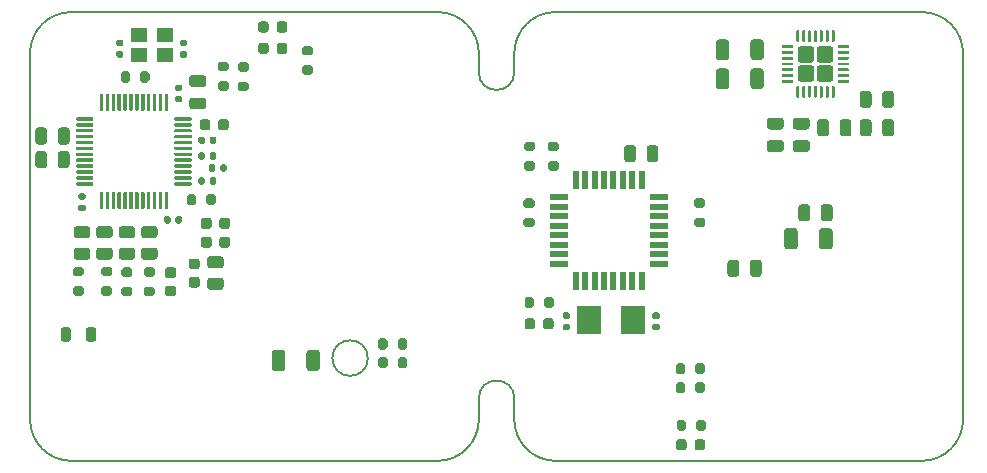
<source format=gbr>
%TF.GenerationSoftware,KiCad,Pcbnew,(5.1.8-0-10_14)*%
%TF.CreationDate,2021-09-02T11:11:10+02:00*%
%TF.ProjectId,ethersweep,65746865-7273-4776-9565-702e6b696361,2.0.1*%
%TF.SameCoordinates,Original*%
%TF.FileFunction,Paste,Top*%
%TF.FilePolarity,Positive*%
%FSLAX46Y46*%
G04 Gerber Fmt 4.6, Leading zero omitted, Abs format (unit mm)*
G04 Created by KiCad (PCBNEW (5.1.8-0-10_14)) date 2021-09-02 11:11:10*
%MOMM*%
%LPD*%
G01*
G04 APERTURE LIST*
%TA.AperFunction,Profile*%
%ADD10C,0.150000*%
%TD*%
%ADD11R,0.550000X1.600000*%
%ADD12R,1.600000X0.550000*%
%ADD13R,2.000000X2.400000*%
%ADD14R,1.400000X1.200000*%
G04 APERTURE END LIST*
D10*
X221600000Y-26700000D02*
G75*
G02*
X225100000Y-30200000I0J-3500000D01*
G01*
X184100000Y-60700000D02*
X184100000Y-59400000D01*
X187100000Y-31800000D02*
X187100000Y-30700000D01*
X187100000Y-31800000D02*
G75*
G02*
X184100000Y-31800000I-1500000J0D01*
G01*
X187100000Y-61200000D02*
X187100000Y-59400000D01*
X184100000Y-31800000D02*
X184100000Y-30200000D01*
X184100000Y-59400000D02*
G75*
G02*
X187100000Y-59400000I1500000J0D01*
G01*
X184100000Y-61200000D02*
X184100000Y-60700000D01*
X187100000Y-30200000D02*
X187100000Y-30700000D01*
X174700000Y-56000000D02*
G75*
G03*
X174700000Y-56000000I-1500000J0D01*
G01*
X149600000Y-64700000D02*
G75*
G02*
X146100000Y-61200000I0J3500000D01*
G01*
X149600000Y-64700000D02*
X180600000Y-64700000D01*
X190600000Y-26700000D02*
X221600000Y-26700000D01*
X187100000Y-30200000D02*
G75*
G02*
X190600000Y-26700000I3500000J0D01*
G01*
X225100000Y-61200000D02*
G75*
G02*
X221600000Y-64700000I-3500000J0D01*
G01*
X190600000Y-64700000D02*
G75*
G02*
X187100000Y-61200000I0J3500000D01*
G01*
X190600000Y-64700000D02*
X221600000Y-64700000D01*
X225100000Y-61200000D02*
X225100000Y-30200000D01*
X146100000Y-30200000D02*
X146100000Y-61200000D01*
X184100000Y-61200000D02*
G75*
G02*
X180600000Y-64700000I-3500000J0D01*
G01*
X180600000Y-26700000D02*
G75*
G02*
X184100000Y-30200000I0J-3500000D01*
G01*
X146100000Y-30200000D02*
G75*
G02*
X149600000Y-26700000I3500000J0D01*
G01*
X180600000Y-26700000D02*
X149600000Y-26700000D01*
G36*
G01*
X198300000Y-39175000D02*
X198300000Y-38225000D01*
G75*
G02*
X198550000Y-37975000I250000J0D01*
G01*
X199050000Y-37975000D01*
G75*
G02*
X199300000Y-38225000I0J-250000D01*
G01*
X199300000Y-39175000D01*
G75*
G02*
X199050000Y-39425000I-250000J0D01*
G01*
X198550000Y-39425000D01*
G75*
G02*
X198300000Y-39175000I0J250000D01*
G01*
G37*
G36*
G01*
X196400000Y-39175000D02*
X196400000Y-38225000D01*
G75*
G02*
X196650000Y-37975000I250000J0D01*
G01*
X197150000Y-37975000D01*
G75*
G02*
X197400000Y-38225000I0J-250000D01*
G01*
X197400000Y-39175000D01*
G75*
G02*
X197150000Y-39425000I-250000J0D01*
G01*
X196650000Y-39425000D01*
G75*
G02*
X196400000Y-39175000I0J250000D01*
G01*
G37*
G36*
G01*
X191670000Y-52700000D02*
X191330000Y-52700000D01*
G75*
G02*
X191190000Y-52560000I0J140000D01*
G01*
X191190000Y-52280000D01*
G75*
G02*
X191330000Y-52140000I140000J0D01*
G01*
X191670000Y-52140000D01*
G75*
G02*
X191810000Y-52280000I0J-140000D01*
G01*
X191810000Y-52560000D01*
G75*
G02*
X191670000Y-52700000I-140000J0D01*
G01*
G37*
G36*
G01*
X191670000Y-53660000D02*
X191330000Y-53660000D01*
G75*
G02*
X191190000Y-53520000I0J140000D01*
G01*
X191190000Y-53240000D01*
G75*
G02*
X191330000Y-53100000I140000J0D01*
G01*
X191670000Y-53100000D01*
G75*
G02*
X191810000Y-53240000I0J-140000D01*
G01*
X191810000Y-53520000D01*
G75*
G02*
X191670000Y-53660000I-140000J0D01*
G01*
G37*
G36*
G01*
X198930000Y-52140000D02*
X199270000Y-52140000D01*
G75*
G02*
X199410000Y-52280000I0J-140000D01*
G01*
X199410000Y-52560000D01*
G75*
G02*
X199270000Y-52700000I-140000J0D01*
G01*
X198930000Y-52700000D01*
G75*
G02*
X198790000Y-52560000I0J140000D01*
G01*
X198790000Y-52280000D01*
G75*
G02*
X198930000Y-52140000I140000J0D01*
G01*
G37*
G36*
G01*
X198930000Y-53100000D02*
X199270000Y-53100000D01*
G75*
G02*
X199410000Y-53240000I0J-140000D01*
G01*
X199410000Y-53520000D01*
G75*
G02*
X199270000Y-53660000I-140000J0D01*
G01*
X198930000Y-53660000D01*
G75*
G02*
X198790000Y-53520000I0J140000D01*
G01*
X198790000Y-53240000D01*
G75*
G02*
X198930000Y-53100000I140000J0D01*
G01*
G37*
G36*
G01*
X208050000Y-47925000D02*
X208050000Y-48875000D01*
G75*
G02*
X207800000Y-49125000I-250000J0D01*
G01*
X207300000Y-49125000D01*
G75*
G02*
X207050000Y-48875000I0J250000D01*
G01*
X207050000Y-47925000D01*
G75*
G02*
X207300000Y-47675000I250000J0D01*
G01*
X207800000Y-47675000D01*
G75*
G02*
X208050000Y-47925000I0J-250000D01*
G01*
G37*
G36*
G01*
X206150000Y-47925000D02*
X206150000Y-48875000D01*
G75*
G02*
X205900000Y-49125000I-250000J0D01*
G01*
X205400000Y-49125000D01*
G75*
G02*
X205150000Y-48875000I0J250000D01*
G01*
X205150000Y-47925000D01*
G75*
G02*
X205400000Y-47675000I250000J0D01*
G01*
X205900000Y-47675000D01*
G75*
G02*
X206150000Y-47925000I0J-250000D01*
G01*
G37*
D11*
X192300000Y-49450000D03*
X193100000Y-49450000D03*
X193900000Y-49450000D03*
X194700000Y-49450000D03*
X195500000Y-49450000D03*
X196300000Y-49450000D03*
X197100000Y-49450000D03*
X197900000Y-49450000D03*
D12*
X199350000Y-48000000D03*
X199350000Y-47200000D03*
X199350000Y-46400000D03*
X199350000Y-45600000D03*
X199350000Y-44800000D03*
X199350000Y-44000000D03*
X199350000Y-43200000D03*
X199350000Y-42400000D03*
D11*
X197900000Y-40950000D03*
X197100000Y-40950000D03*
X196300000Y-40950000D03*
X195500000Y-40950000D03*
X194700000Y-40950000D03*
X193900000Y-40950000D03*
X193100000Y-40950000D03*
X192300000Y-40950000D03*
D12*
X190850000Y-42400000D03*
X190850000Y-43200000D03*
X190850000Y-44000000D03*
X190850000Y-44800000D03*
X190850000Y-45600000D03*
X190850000Y-46400000D03*
X190850000Y-47200000D03*
X190850000Y-48000000D03*
G36*
G01*
X188075000Y-42475000D02*
X188625000Y-42475000D01*
G75*
G02*
X188825000Y-42675000I0J-200000D01*
G01*
X188825000Y-43075000D01*
G75*
G02*
X188625000Y-43275000I-200000J0D01*
G01*
X188075000Y-43275000D01*
G75*
G02*
X187875000Y-43075000I0J200000D01*
G01*
X187875000Y-42675000D01*
G75*
G02*
X188075000Y-42475000I200000J0D01*
G01*
G37*
G36*
G01*
X188075000Y-44125000D02*
X188625000Y-44125000D01*
G75*
G02*
X188825000Y-44325000I0J-200000D01*
G01*
X188825000Y-44725000D01*
G75*
G02*
X188625000Y-44925000I-200000J0D01*
G01*
X188075000Y-44925000D01*
G75*
G02*
X187875000Y-44725000I0J200000D01*
G01*
X187875000Y-44325000D01*
G75*
G02*
X188075000Y-44125000I200000J0D01*
G01*
G37*
G36*
G01*
X202525000Y-44125000D02*
X203075000Y-44125000D01*
G75*
G02*
X203275000Y-44325000I0J-200000D01*
G01*
X203275000Y-44725000D01*
G75*
G02*
X203075000Y-44925000I-200000J0D01*
G01*
X202525000Y-44925000D01*
G75*
G02*
X202325000Y-44725000I0J200000D01*
G01*
X202325000Y-44325000D01*
G75*
G02*
X202525000Y-44125000I200000J0D01*
G01*
G37*
G36*
G01*
X202525000Y-42475000D02*
X203075000Y-42475000D01*
G75*
G02*
X203275000Y-42675000I0J-200000D01*
G01*
X203275000Y-43075000D01*
G75*
G02*
X203075000Y-43275000I-200000J0D01*
G01*
X202525000Y-43275000D01*
G75*
G02*
X202325000Y-43075000I0J200000D01*
G01*
X202325000Y-42675000D01*
G75*
G02*
X202525000Y-42475000I200000J0D01*
G01*
G37*
G36*
G01*
X188675000Y-38475000D02*
X188125000Y-38475000D01*
G75*
G02*
X187925000Y-38275000I0J200000D01*
G01*
X187925000Y-37875000D01*
G75*
G02*
X188125000Y-37675000I200000J0D01*
G01*
X188675000Y-37675000D01*
G75*
G02*
X188875000Y-37875000I0J-200000D01*
G01*
X188875000Y-38275000D01*
G75*
G02*
X188675000Y-38475000I-200000J0D01*
G01*
G37*
G36*
G01*
X188675000Y-40125000D02*
X188125000Y-40125000D01*
G75*
G02*
X187925000Y-39925000I0J200000D01*
G01*
X187925000Y-39525000D01*
G75*
G02*
X188125000Y-39325000I200000J0D01*
G01*
X188675000Y-39325000D01*
G75*
G02*
X188875000Y-39525000I0J-200000D01*
G01*
X188875000Y-39925000D01*
G75*
G02*
X188675000Y-40125000I-200000J0D01*
G01*
G37*
G36*
G01*
X190675000Y-40125000D02*
X190125000Y-40125000D01*
G75*
G02*
X189925000Y-39925000I0J200000D01*
G01*
X189925000Y-39525000D01*
G75*
G02*
X190125000Y-39325000I200000J0D01*
G01*
X190675000Y-39325000D01*
G75*
G02*
X190875000Y-39525000I0J-200000D01*
G01*
X190875000Y-39925000D01*
G75*
G02*
X190675000Y-40125000I-200000J0D01*
G01*
G37*
G36*
G01*
X190675000Y-38475000D02*
X190125000Y-38475000D01*
G75*
G02*
X189925000Y-38275000I0J200000D01*
G01*
X189925000Y-37875000D01*
G75*
G02*
X190125000Y-37675000I200000J0D01*
G01*
X190675000Y-37675000D01*
G75*
G02*
X190875000Y-37875000I0J-200000D01*
G01*
X190875000Y-38275000D01*
G75*
G02*
X190675000Y-38475000I-200000J0D01*
G01*
G37*
G36*
G01*
X169875000Y-32025000D02*
X169325000Y-32025000D01*
G75*
G02*
X169125000Y-31825000I0J200000D01*
G01*
X169125000Y-31425000D01*
G75*
G02*
X169325000Y-31225000I200000J0D01*
G01*
X169875000Y-31225000D01*
G75*
G02*
X170075000Y-31425000I0J-200000D01*
G01*
X170075000Y-31825000D01*
G75*
G02*
X169875000Y-32025000I-200000J0D01*
G01*
G37*
G36*
G01*
X169875000Y-30375000D02*
X169325000Y-30375000D01*
G75*
G02*
X169125000Y-30175000I0J200000D01*
G01*
X169125000Y-29775000D01*
G75*
G02*
X169325000Y-29575000I200000J0D01*
G01*
X169875000Y-29575000D01*
G75*
G02*
X170075000Y-29775000I0J-200000D01*
G01*
X170075000Y-30175000D01*
G75*
G02*
X169875000Y-30375000I-200000J0D01*
G01*
G37*
D13*
X197150000Y-52800000D03*
X193450000Y-52800000D03*
G36*
G01*
X157750000Y-49875000D02*
X158250000Y-49875000D01*
G75*
G02*
X158475000Y-50100000I0J-225000D01*
G01*
X158475000Y-50550000D01*
G75*
G02*
X158250000Y-50775000I-225000J0D01*
G01*
X157750000Y-50775000D01*
G75*
G02*
X157525000Y-50550000I0J225000D01*
G01*
X157525000Y-50100000D01*
G75*
G02*
X157750000Y-49875000I225000J0D01*
G01*
G37*
G36*
G01*
X157750000Y-48325000D02*
X158250000Y-48325000D01*
G75*
G02*
X158475000Y-48550000I0J-225000D01*
G01*
X158475000Y-49000000D01*
G75*
G02*
X158250000Y-49225000I-225000J0D01*
G01*
X157750000Y-49225000D01*
G75*
G02*
X157525000Y-49000000I0J225000D01*
G01*
X157525000Y-48550000D01*
G75*
G02*
X157750000Y-48325000I225000J0D01*
G01*
G37*
G36*
G01*
X160340000Y-39070000D02*
X160340000Y-38730000D01*
G75*
G02*
X160480000Y-38590000I140000J0D01*
G01*
X160760000Y-38590000D01*
G75*
G02*
X160900000Y-38730000I0J-140000D01*
G01*
X160900000Y-39070000D01*
G75*
G02*
X160760000Y-39210000I-140000J0D01*
G01*
X160480000Y-39210000D01*
G75*
G02*
X160340000Y-39070000I0J140000D01*
G01*
G37*
G36*
G01*
X161300000Y-39070000D02*
X161300000Y-38730000D01*
G75*
G02*
X161440000Y-38590000I140000J0D01*
G01*
X161720000Y-38590000D01*
G75*
G02*
X161860000Y-38730000I0J-140000D01*
G01*
X161860000Y-39070000D01*
G75*
G02*
X161720000Y-39210000I-140000J0D01*
G01*
X161440000Y-39210000D01*
G75*
G02*
X161300000Y-39070000I0J140000D01*
G01*
G37*
G36*
G01*
X162200000Y-40070000D02*
X162200000Y-39730000D01*
G75*
G02*
X162340000Y-39590000I140000J0D01*
G01*
X162620000Y-39590000D01*
G75*
G02*
X162760000Y-39730000I0J-140000D01*
G01*
X162760000Y-40070000D01*
G75*
G02*
X162620000Y-40210000I-140000J0D01*
G01*
X162340000Y-40210000D01*
G75*
G02*
X162200000Y-40070000I0J140000D01*
G01*
G37*
G36*
G01*
X161240000Y-40070000D02*
X161240000Y-39730000D01*
G75*
G02*
X161380000Y-39590000I140000J0D01*
G01*
X161660000Y-39590000D01*
G75*
G02*
X161800000Y-39730000I0J-140000D01*
G01*
X161800000Y-40070000D01*
G75*
G02*
X161660000Y-40210000I-140000J0D01*
G01*
X161380000Y-40210000D01*
G75*
G02*
X161240000Y-40070000I0J140000D01*
G01*
G37*
G36*
G01*
X158870000Y-34360000D02*
X158530000Y-34360000D01*
G75*
G02*
X158390000Y-34220000I0J140000D01*
G01*
X158390000Y-33940000D01*
G75*
G02*
X158530000Y-33800000I140000J0D01*
G01*
X158870000Y-33800000D01*
G75*
G02*
X159010000Y-33940000I0J-140000D01*
G01*
X159010000Y-34220000D01*
G75*
G02*
X158870000Y-34360000I-140000J0D01*
G01*
G37*
G36*
G01*
X158870000Y-33400000D02*
X158530000Y-33400000D01*
G75*
G02*
X158390000Y-33260000I0J140000D01*
G01*
X158390000Y-32980000D01*
G75*
G02*
X158530000Y-32840000I140000J0D01*
G01*
X158870000Y-32840000D01*
G75*
G02*
X159010000Y-32980000I0J-140000D01*
G01*
X159010000Y-33260000D01*
G75*
G02*
X158870000Y-33400000I-140000J0D01*
G01*
G37*
G36*
G01*
X158400000Y-44470000D02*
X158400000Y-44130000D01*
G75*
G02*
X158540000Y-43990000I140000J0D01*
G01*
X158820000Y-43990000D01*
G75*
G02*
X158960000Y-44130000I0J-140000D01*
G01*
X158960000Y-44470000D01*
G75*
G02*
X158820000Y-44610000I-140000J0D01*
G01*
X158540000Y-44610000D01*
G75*
G02*
X158400000Y-44470000I0J140000D01*
G01*
G37*
G36*
G01*
X157440000Y-44470000D02*
X157440000Y-44130000D01*
G75*
G02*
X157580000Y-43990000I140000J0D01*
G01*
X157860000Y-43990000D01*
G75*
G02*
X158000000Y-44130000I0J-140000D01*
G01*
X158000000Y-44470000D01*
G75*
G02*
X157860000Y-44610000I-140000J0D01*
G01*
X157580000Y-44610000D01*
G75*
G02*
X157440000Y-44470000I0J140000D01*
G01*
G37*
G36*
G01*
X150330000Y-43000000D02*
X150670000Y-43000000D01*
G75*
G02*
X150810000Y-43140000I0J-140000D01*
G01*
X150810000Y-43420000D01*
G75*
G02*
X150670000Y-43560000I-140000J0D01*
G01*
X150330000Y-43560000D01*
G75*
G02*
X150190000Y-43420000I0J140000D01*
G01*
X150190000Y-43140000D01*
G75*
G02*
X150330000Y-43000000I140000J0D01*
G01*
G37*
G36*
G01*
X150330000Y-42040000D02*
X150670000Y-42040000D01*
G75*
G02*
X150810000Y-42180000I0J-140000D01*
G01*
X150810000Y-42460000D01*
G75*
G02*
X150670000Y-42600000I-140000J0D01*
G01*
X150330000Y-42600000D01*
G75*
G02*
X150190000Y-42460000I0J140000D01*
G01*
X150190000Y-42180000D01*
G75*
G02*
X150330000Y-42040000I140000J0D01*
G01*
G37*
G36*
G01*
X161300000Y-41170000D02*
X161300000Y-40830000D01*
G75*
G02*
X161440000Y-40690000I140000J0D01*
G01*
X161720000Y-40690000D01*
G75*
G02*
X161860000Y-40830000I0J-140000D01*
G01*
X161860000Y-41170000D01*
G75*
G02*
X161720000Y-41310000I-140000J0D01*
G01*
X161440000Y-41310000D01*
G75*
G02*
X161300000Y-41170000I0J140000D01*
G01*
G37*
G36*
G01*
X160340000Y-41170000D02*
X160340000Y-40830000D01*
G75*
G02*
X160480000Y-40690000I140000J0D01*
G01*
X160760000Y-40690000D01*
G75*
G02*
X160900000Y-40830000I0J-140000D01*
G01*
X160900000Y-41170000D01*
G75*
G02*
X160760000Y-41310000I-140000J0D01*
G01*
X160480000Y-41310000D01*
G75*
G02*
X160340000Y-41170000I0J140000D01*
G01*
G37*
G36*
G01*
X160775000Y-34950000D02*
X159825000Y-34950000D01*
G75*
G02*
X159575000Y-34700000I0J250000D01*
G01*
X159575000Y-34200000D01*
G75*
G02*
X159825000Y-33950000I250000J0D01*
G01*
X160775000Y-33950000D01*
G75*
G02*
X161025000Y-34200000I0J-250000D01*
G01*
X161025000Y-34700000D01*
G75*
G02*
X160775000Y-34950000I-250000J0D01*
G01*
G37*
G36*
G01*
X160775000Y-33050000D02*
X159825000Y-33050000D01*
G75*
G02*
X159575000Y-32800000I0J250000D01*
G01*
X159575000Y-32300000D01*
G75*
G02*
X159825000Y-32050000I250000J0D01*
G01*
X160775000Y-32050000D01*
G75*
G02*
X161025000Y-32300000I0J-250000D01*
G01*
X161025000Y-32800000D01*
G75*
G02*
X160775000Y-33050000I-250000J0D01*
G01*
G37*
G36*
G01*
X147550000Y-36725000D02*
X147550000Y-37675000D01*
G75*
G02*
X147300000Y-37925000I-250000J0D01*
G01*
X146800000Y-37925000D01*
G75*
G02*
X146550000Y-37675000I0J250000D01*
G01*
X146550000Y-36725000D01*
G75*
G02*
X146800000Y-36475000I250000J0D01*
G01*
X147300000Y-36475000D01*
G75*
G02*
X147550000Y-36725000I0J-250000D01*
G01*
G37*
G36*
G01*
X149450000Y-36725000D02*
X149450000Y-37675000D01*
G75*
G02*
X149200000Y-37925000I-250000J0D01*
G01*
X148700000Y-37925000D01*
G75*
G02*
X148450000Y-37675000I0J250000D01*
G01*
X148450000Y-36725000D01*
G75*
G02*
X148700000Y-36475000I250000J0D01*
G01*
X149200000Y-36475000D01*
G75*
G02*
X149450000Y-36725000I0J-250000D01*
G01*
G37*
G36*
G01*
X159270000Y-30560000D02*
X158930000Y-30560000D01*
G75*
G02*
X158790000Y-30420000I0J140000D01*
G01*
X158790000Y-30140000D01*
G75*
G02*
X158930000Y-30000000I140000J0D01*
G01*
X159270000Y-30000000D01*
G75*
G02*
X159410000Y-30140000I0J-140000D01*
G01*
X159410000Y-30420000D01*
G75*
G02*
X159270000Y-30560000I-140000J0D01*
G01*
G37*
G36*
G01*
X159270000Y-29600000D02*
X158930000Y-29600000D01*
G75*
G02*
X158790000Y-29460000I0J140000D01*
G01*
X158790000Y-29180000D01*
G75*
G02*
X158930000Y-29040000I140000J0D01*
G01*
X159270000Y-29040000D01*
G75*
G02*
X159410000Y-29180000I0J-140000D01*
G01*
X159410000Y-29460000D01*
G75*
G02*
X159270000Y-29600000I-140000J0D01*
G01*
G37*
G36*
G01*
X153870000Y-30560000D02*
X153530000Y-30560000D01*
G75*
G02*
X153390000Y-30420000I0J140000D01*
G01*
X153390000Y-30140000D01*
G75*
G02*
X153530000Y-30000000I140000J0D01*
G01*
X153870000Y-30000000D01*
G75*
G02*
X154010000Y-30140000I0J-140000D01*
G01*
X154010000Y-30420000D01*
G75*
G02*
X153870000Y-30560000I-140000J0D01*
G01*
G37*
G36*
G01*
X153870000Y-29600000D02*
X153530000Y-29600000D01*
G75*
G02*
X153390000Y-29460000I0J140000D01*
G01*
X153390000Y-29180000D01*
G75*
G02*
X153530000Y-29040000I140000J0D01*
G01*
X153870000Y-29040000D01*
G75*
G02*
X154010000Y-29180000I0J-140000D01*
G01*
X154010000Y-29460000D01*
G75*
G02*
X153870000Y-29600000I-140000J0D01*
G01*
G37*
G36*
G01*
X162025000Y-36500000D02*
X162025000Y-36000000D01*
G75*
G02*
X162250000Y-35775000I225000J0D01*
G01*
X162700000Y-35775000D01*
G75*
G02*
X162925000Y-36000000I0J-225000D01*
G01*
X162925000Y-36500000D01*
G75*
G02*
X162700000Y-36725000I-225000J0D01*
G01*
X162250000Y-36725000D01*
G75*
G02*
X162025000Y-36500000I0J225000D01*
G01*
G37*
G36*
G01*
X160475000Y-36500000D02*
X160475000Y-36000000D01*
G75*
G02*
X160700000Y-35775000I225000J0D01*
G01*
X161150000Y-35775000D01*
G75*
G02*
X161375000Y-36000000I0J-225000D01*
G01*
X161375000Y-36500000D01*
G75*
G02*
X161150000Y-36725000I-225000J0D01*
G01*
X160700000Y-36725000D01*
G75*
G02*
X160475000Y-36500000I0J225000D01*
G01*
G37*
G36*
G01*
X161320000Y-37720000D02*
X161320000Y-37380000D01*
G75*
G02*
X161460000Y-37240000I140000J0D01*
G01*
X161740000Y-37240000D01*
G75*
G02*
X161880000Y-37380000I0J-140000D01*
G01*
X161880000Y-37720000D01*
G75*
G02*
X161740000Y-37860000I-140000J0D01*
G01*
X161460000Y-37860000D01*
G75*
G02*
X161320000Y-37720000I0J140000D01*
G01*
G37*
G36*
G01*
X160360000Y-37720000D02*
X160360000Y-37380000D01*
G75*
G02*
X160500000Y-37240000I140000J0D01*
G01*
X160780000Y-37240000D01*
G75*
G02*
X160920000Y-37380000I0J-140000D01*
G01*
X160920000Y-37720000D01*
G75*
G02*
X160780000Y-37860000I-140000J0D01*
G01*
X160500000Y-37860000D01*
G75*
G02*
X160360000Y-37720000I0J140000D01*
G01*
G37*
G36*
G01*
X148700000Y-54381250D02*
X148700000Y-53618750D01*
G75*
G02*
X148918750Y-53400000I218750J0D01*
G01*
X149356250Y-53400000D01*
G75*
G02*
X149575000Y-53618750I0J-218750D01*
G01*
X149575000Y-54381250D01*
G75*
G02*
X149356250Y-54600000I-218750J0D01*
G01*
X148918750Y-54600000D01*
G75*
G02*
X148700000Y-54381250I0J218750D01*
G01*
G37*
G36*
G01*
X150825000Y-54381250D02*
X150825000Y-53618750D01*
G75*
G02*
X151043750Y-53400000I218750J0D01*
G01*
X151481250Y-53400000D01*
G75*
G02*
X151700000Y-53618750I0J-218750D01*
G01*
X151700000Y-54381250D01*
G75*
G02*
X151481250Y-54600000I-218750J0D01*
G01*
X151043750Y-54600000D01*
G75*
G02*
X150825000Y-54381250I0J218750D01*
G01*
G37*
G36*
G01*
X150950002Y-45850000D02*
X150049998Y-45850000D01*
G75*
G02*
X149800000Y-45600002I0J249998D01*
G01*
X149800000Y-45074998D01*
G75*
G02*
X150049998Y-44825000I249998J0D01*
G01*
X150950002Y-44825000D01*
G75*
G02*
X151200000Y-45074998I0J-249998D01*
G01*
X151200000Y-45600002D01*
G75*
G02*
X150950002Y-45850000I-249998J0D01*
G01*
G37*
G36*
G01*
X150950002Y-47675000D02*
X150049998Y-47675000D01*
G75*
G02*
X149800000Y-47425002I0J249998D01*
G01*
X149800000Y-46899998D01*
G75*
G02*
X150049998Y-46650000I249998J0D01*
G01*
X150950002Y-46650000D01*
G75*
G02*
X151200000Y-46899998I0J-249998D01*
G01*
X151200000Y-47425002D01*
G75*
G02*
X150950002Y-47675000I-249998J0D01*
G01*
G37*
G36*
G01*
X152850002Y-47675000D02*
X151949998Y-47675000D01*
G75*
G02*
X151700000Y-47425002I0J249998D01*
G01*
X151700000Y-46899998D01*
G75*
G02*
X151949998Y-46650000I249998J0D01*
G01*
X152850002Y-46650000D01*
G75*
G02*
X153100000Y-46899998I0J-249998D01*
G01*
X153100000Y-47425002D01*
G75*
G02*
X152850002Y-47675000I-249998J0D01*
G01*
G37*
G36*
G01*
X152850002Y-45850000D02*
X151949998Y-45850000D01*
G75*
G02*
X151700000Y-45600002I0J249998D01*
G01*
X151700000Y-45074998D01*
G75*
G02*
X151949998Y-44825000I249998J0D01*
G01*
X152850002Y-44825000D01*
G75*
G02*
X153100000Y-45074998I0J-249998D01*
G01*
X153100000Y-45600002D01*
G75*
G02*
X152850002Y-45850000I-249998J0D01*
G01*
G37*
G36*
G01*
X154750002Y-45850000D02*
X153849998Y-45850000D01*
G75*
G02*
X153600000Y-45600002I0J249998D01*
G01*
X153600000Y-45074998D01*
G75*
G02*
X153849998Y-44825000I249998J0D01*
G01*
X154750002Y-44825000D01*
G75*
G02*
X155000000Y-45074998I0J-249998D01*
G01*
X155000000Y-45600002D01*
G75*
G02*
X154750002Y-45850000I-249998J0D01*
G01*
G37*
G36*
G01*
X154750002Y-47675000D02*
X153849998Y-47675000D01*
G75*
G02*
X153600000Y-47425002I0J249998D01*
G01*
X153600000Y-46899998D01*
G75*
G02*
X153849998Y-46650000I249998J0D01*
G01*
X154750002Y-46650000D01*
G75*
G02*
X155000000Y-46899998I0J-249998D01*
G01*
X155000000Y-47425002D01*
G75*
G02*
X154750002Y-47675000I-249998J0D01*
G01*
G37*
G36*
G01*
X156650002Y-47675000D02*
X155749998Y-47675000D01*
G75*
G02*
X155500000Y-47425002I0J249998D01*
G01*
X155500000Y-46899998D01*
G75*
G02*
X155749998Y-46650000I249998J0D01*
G01*
X156650002Y-46650000D01*
G75*
G02*
X156900000Y-46899998I0J-249998D01*
G01*
X156900000Y-47425002D01*
G75*
G02*
X156650002Y-47675000I-249998J0D01*
G01*
G37*
G36*
G01*
X156650002Y-45850000D02*
X155749998Y-45850000D01*
G75*
G02*
X155500000Y-45600002I0J249998D01*
G01*
X155500000Y-45074998D01*
G75*
G02*
X155749998Y-44825000I249998J0D01*
G01*
X156650002Y-44825000D01*
G75*
G02*
X156900000Y-45074998I0J-249998D01*
G01*
X156900000Y-45600002D01*
G75*
G02*
X156650002Y-45850000I-249998J0D01*
G01*
G37*
G36*
G01*
X150475000Y-50725000D02*
X149925000Y-50725000D01*
G75*
G02*
X149725000Y-50525000I0J200000D01*
G01*
X149725000Y-50125000D01*
G75*
G02*
X149925000Y-49925000I200000J0D01*
G01*
X150475000Y-49925000D01*
G75*
G02*
X150675000Y-50125000I0J-200000D01*
G01*
X150675000Y-50525000D01*
G75*
G02*
X150475000Y-50725000I-200000J0D01*
G01*
G37*
G36*
G01*
X150475000Y-49075000D02*
X149925000Y-49075000D01*
G75*
G02*
X149725000Y-48875000I0J200000D01*
G01*
X149725000Y-48475000D01*
G75*
G02*
X149925000Y-48275000I200000J0D01*
G01*
X150475000Y-48275000D01*
G75*
G02*
X150675000Y-48475000I0J-200000D01*
G01*
X150675000Y-48875000D01*
G75*
G02*
X150475000Y-49075000I-200000J0D01*
G01*
G37*
G36*
G01*
X152875000Y-50725000D02*
X152325000Y-50725000D01*
G75*
G02*
X152125000Y-50525000I0J200000D01*
G01*
X152125000Y-50125000D01*
G75*
G02*
X152325000Y-49925000I200000J0D01*
G01*
X152875000Y-49925000D01*
G75*
G02*
X153075000Y-50125000I0J-200000D01*
G01*
X153075000Y-50525000D01*
G75*
G02*
X152875000Y-50725000I-200000J0D01*
G01*
G37*
G36*
G01*
X152875000Y-49075000D02*
X152325000Y-49075000D01*
G75*
G02*
X152125000Y-48875000I0J200000D01*
G01*
X152125000Y-48475000D01*
G75*
G02*
X152325000Y-48275000I200000J0D01*
G01*
X152875000Y-48275000D01*
G75*
G02*
X153075000Y-48475000I0J-200000D01*
G01*
X153075000Y-48875000D01*
G75*
G02*
X152875000Y-49075000I-200000J0D01*
G01*
G37*
G36*
G01*
X154575000Y-49125000D02*
X154025000Y-49125000D01*
G75*
G02*
X153825000Y-48925000I0J200000D01*
G01*
X153825000Y-48525000D01*
G75*
G02*
X154025000Y-48325000I200000J0D01*
G01*
X154575000Y-48325000D01*
G75*
G02*
X154775000Y-48525000I0J-200000D01*
G01*
X154775000Y-48925000D01*
G75*
G02*
X154575000Y-49125000I-200000J0D01*
G01*
G37*
G36*
G01*
X154575000Y-50775000D02*
X154025000Y-50775000D01*
G75*
G02*
X153825000Y-50575000I0J200000D01*
G01*
X153825000Y-50175000D01*
G75*
G02*
X154025000Y-49975000I200000J0D01*
G01*
X154575000Y-49975000D01*
G75*
G02*
X154775000Y-50175000I0J-200000D01*
G01*
X154775000Y-50575000D01*
G75*
G02*
X154575000Y-50775000I-200000J0D01*
G01*
G37*
G36*
G01*
X178025000Y-56125000D02*
X178025000Y-56675000D01*
G75*
G02*
X177825000Y-56875000I-200000J0D01*
G01*
X177425000Y-56875000D01*
G75*
G02*
X177225000Y-56675000I0J200000D01*
G01*
X177225000Y-56125000D01*
G75*
G02*
X177425000Y-55925000I200000J0D01*
G01*
X177825000Y-55925000D01*
G75*
G02*
X178025000Y-56125000I0J-200000D01*
G01*
G37*
G36*
G01*
X176375000Y-56125000D02*
X176375000Y-56675000D01*
G75*
G02*
X176175000Y-56875000I-200000J0D01*
G01*
X175775000Y-56875000D01*
G75*
G02*
X175575000Y-56675000I0J200000D01*
G01*
X175575000Y-56125000D01*
G75*
G02*
X175775000Y-55925000I200000J0D01*
G01*
X176175000Y-55925000D01*
G75*
G02*
X176375000Y-56125000I0J-200000D01*
G01*
G37*
G36*
G01*
X176375000Y-54525000D02*
X176375000Y-55075000D01*
G75*
G02*
X176175000Y-55275000I-200000J0D01*
G01*
X175775000Y-55275000D01*
G75*
G02*
X175575000Y-55075000I0J200000D01*
G01*
X175575000Y-54525000D01*
G75*
G02*
X175775000Y-54325000I200000J0D01*
G01*
X176175000Y-54325000D01*
G75*
G02*
X176375000Y-54525000I0J-200000D01*
G01*
G37*
G36*
G01*
X178025000Y-54525000D02*
X178025000Y-55075000D01*
G75*
G02*
X177825000Y-55275000I-200000J0D01*
G01*
X177425000Y-55275000D01*
G75*
G02*
X177225000Y-55075000I0J200000D01*
G01*
X177225000Y-54525000D01*
G75*
G02*
X177425000Y-54325000I200000J0D01*
G01*
X177825000Y-54325000D01*
G75*
G02*
X178025000Y-54525000I0J-200000D01*
G01*
G37*
G36*
G01*
X156475000Y-49125000D02*
X155925000Y-49125000D01*
G75*
G02*
X155725000Y-48925000I0J200000D01*
G01*
X155725000Y-48525000D01*
G75*
G02*
X155925000Y-48325000I200000J0D01*
G01*
X156475000Y-48325000D01*
G75*
G02*
X156675000Y-48525000I0J-200000D01*
G01*
X156675000Y-48925000D01*
G75*
G02*
X156475000Y-49125000I-200000J0D01*
G01*
G37*
G36*
G01*
X156475000Y-50775000D02*
X155925000Y-50775000D01*
G75*
G02*
X155725000Y-50575000I0J200000D01*
G01*
X155725000Y-50175000D01*
G75*
G02*
X155925000Y-49975000I200000J0D01*
G01*
X156475000Y-49975000D01*
G75*
G02*
X156675000Y-50175000I0J-200000D01*
G01*
X156675000Y-50575000D01*
G75*
G02*
X156475000Y-50775000I-200000J0D01*
G01*
G37*
G36*
G01*
X151400000Y-41400000D02*
X150075000Y-41400000D01*
G75*
G02*
X150000000Y-41325000I0J75000D01*
G01*
X150000000Y-41175000D01*
G75*
G02*
X150075000Y-41100000I75000J0D01*
G01*
X151400000Y-41100000D01*
G75*
G02*
X151475000Y-41175000I0J-75000D01*
G01*
X151475000Y-41325000D01*
G75*
G02*
X151400000Y-41400000I-75000J0D01*
G01*
G37*
G36*
G01*
X151400000Y-40900000D02*
X150075000Y-40900000D01*
G75*
G02*
X150000000Y-40825000I0J75000D01*
G01*
X150000000Y-40675000D01*
G75*
G02*
X150075000Y-40600000I75000J0D01*
G01*
X151400000Y-40600000D01*
G75*
G02*
X151475000Y-40675000I0J-75000D01*
G01*
X151475000Y-40825000D01*
G75*
G02*
X151400000Y-40900000I-75000J0D01*
G01*
G37*
G36*
G01*
X151400000Y-40400000D02*
X150075000Y-40400000D01*
G75*
G02*
X150000000Y-40325000I0J75000D01*
G01*
X150000000Y-40175000D01*
G75*
G02*
X150075000Y-40100000I75000J0D01*
G01*
X151400000Y-40100000D01*
G75*
G02*
X151475000Y-40175000I0J-75000D01*
G01*
X151475000Y-40325000D01*
G75*
G02*
X151400000Y-40400000I-75000J0D01*
G01*
G37*
G36*
G01*
X151400000Y-39900000D02*
X150075000Y-39900000D01*
G75*
G02*
X150000000Y-39825000I0J75000D01*
G01*
X150000000Y-39675000D01*
G75*
G02*
X150075000Y-39600000I75000J0D01*
G01*
X151400000Y-39600000D01*
G75*
G02*
X151475000Y-39675000I0J-75000D01*
G01*
X151475000Y-39825000D01*
G75*
G02*
X151400000Y-39900000I-75000J0D01*
G01*
G37*
G36*
G01*
X151400000Y-39400000D02*
X150075000Y-39400000D01*
G75*
G02*
X150000000Y-39325000I0J75000D01*
G01*
X150000000Y-39175000D01*
G75*
G02*
X150075000Y-39100000I75000J0D01*
G01*
X151400000Y-39100000D01*
G75*
G02*
X151475000Y-39175000I0J-75000D01*
G01*
X151475000Y-39325000D01*
G75*
G02*
X151400000Y-39400000I-75000J0D01*
G01*
G37*
G36*
G01*
X151400000Y-38900000D02*
X150075000Y-38900000D01*
G75*
G02*
X150000000Y-38825000I0J75000D01*
G01*
X150000000Y-38675000D01*
G75*
G02*
X150075000Y-38600000I75000J0D01*
G01*
X151400000Y-38600000D01*
G75*
G02*
X151475000Y-38675000I0J-75000D01*
G01*
X151475000Y-38825000D01*
G75*
G02*
X151400000Y-38900000I-75000J0D01*
G01*
G37*
G36*
G01*
X151400000Y-38400000D02*
X150075000Y-38400000D01*
G75*
G02*
X150000000Y-38325000I0J75000D01*
G01*
X150000000Y-38175000D01*
G75*
G02*
X150075000Y-38100000I75000J0D01*
G01*
X151400000Y-38100000D01*
G75*
G02*
X151475000Y-38175000I0J-75000D01*
G01*
X151475000Y-38325000D01*
G75*
G02*
X151400000Y-38400000I-75000J0D01*
G01*
G37*
G36*
G01*
X151400000Y-37900000D02*
X150075000Y-37900000D01*
G75*
G02*
X150000000Y-37825000I0J75000D01*
G01*
X150000000Y-37675000D01*
G75*
G02*
X150075000Y-37600000I75000J0D01*
G01*
X151400000Y-37600000D01*
G75*
G02*
X151475000Y-37675000I0J-75000D01*
G01*
X151475000Y-37825000D01*
G75*
G02*
X151400000Y-37900000I-75000J0D01*
G01*
G37*
G36*
G01*
X151400000Y-37400000D02*
X150075000Y-37400000D01*
G75*
G02*
X150000000Y-37325000I0J75000D01*
G01*
X150000000Y-37175000D01*
G75*
G02*
X150075000Y-37100000I75000J0D01*
G01*
X151400000Y-37100000D01*
G75*
G02*
X151475000Y-37175000I0J-75000D01*
G01*
X151475000Y-37325000D01*
G75*
G02*
X151400000Y-37400000I-75000J0D01*
G01*
G37*
G36*
G01*
X151400000Y-36900000D02*
X150075000Y-36900000D01*
G75*
G02*
X150000000Y-36825000I0J75000D01*
G01*
X150000000Y-36675000D01*
G75*
G02*
X150075000Y-36600000I75000J0D01*
G01*
X151400000Y-36600000D01*
G75*
G02*
X151475000Y-36675000I0J-75000D01*
G01*
X151475000Y-36825000D01*
G75*
G02*
X151400000Y-36900000I-75000J0D01*
G01*
G37*
G36*
G01*
X151400000Y-36400000D02*
X150075000Y-36400000D01*
G75*
G02*
X150000000Y-36325000I0J75000D01*
G01*
X150000000Y-36175000D01*
G75*
G02*
X150075000Y-36100000I75000J0D01*
G01*
X151400000Y-36100000D01*
G75*
G02*
X151475000Y-36175000I0J-75000D01*
G01*
X151475000Y-36325000D01*
G75*
G02*
X151400000Y-36400000I-75000J0D01*
G01*
G37*
G36*
G01*
X151400000Y-35900000D02*
X150075000Y-35900000D01*
G75*
G02*
X150000000Y-35825000I0J75000D01*
G01*
X150000000Y-35675000D01*
G75*
G02*
X150075000Y-35600000I75000J0D01*
G01*
X151400000Y-35600000D01*
G75*
G02*
X151475000Y-35675000I0J-75000D01*
G01*
X151475000Y-35825000D01*
G75*
G02*
X151400000Y-35900000I-75000J0D01*
G01*
G37*
G36*
G01*
X152225000Y-35075000D02*
X152075000Y-35075000D01*
G75*
G02*
X152000000Y-35000000I0J75000D01*
G01*
X152000000Y-33675000D01*
G75*
G02*
X152075000Y-33600000I75000J0D01*
G01*
X152225000Y-33600000D01*
G75*
G02*
X152300000Y-33675000I0J-75000D01*
G01*
X152300000Y-35000000D01*
G75*
G02*
X152225000Y-35075000I-75000J0D01*
G01*
G37*
G36*
G01*
X152725000Y-35075000D02*
X152575000Y-35075000D01*
G75*
G02*
X152500000Y-35000000I0J75000D01*
G01*
X152500000Y-33675000D01*
G75*
G02*
X152575000Y-33600000I75000J0D01*
G01*
X152725000Y-33600000D01*
G75*
G02*
X152800000Y-33675000I0J-75000D01*
G01*
X152800000Y-35000000D01*
G75*
G02*
X152725000Y-35075000I-75000J0D01*
G01*
G37*
G36*
G01*
X153225000Y-35075000D02*
X153075000Y-35075000D01*
G75*
G02*
X153000000Y-35000000I0J75000D01*
G01*
X153000000Y-33675000D01*
G75*
G02*
X153075000Y-33600000I75000J0D01*
G01*
X153225000Y-33600000D01*
G75*
G02*
X153300000Y-33675000I0J-75000D01*
G01*
X153300000Y-35000000D01*
G75*
G02*
X153225000Y-35075000I-75000J0D01*
G01*
G37*
G36*
G01*
X153725000Y-35075000D02*
X153575000Y-35075000D01*
G75*
G02*
X153500000Y-35000000I0J75000D01*
G01*
X153500000Y-33675000D01*
G75*
G02*
X153575000Y-33600000I75000J0D01*
G01*
X153725000Y-33600000D01*
G75*
G02*
X153800000Y-33675000I0J-75000D01*
G01*
X153800000Y-35000000D01*
G75*
G02*
X153725000Y-35075000I-75000J0D01*
G01*
G37*
G36*
G01*
X154225000Y-35075000D02*
X154075000Y-35075000D01*
G75*
G02*
X154000000Y-35000000I0J75000D01*
G01*
X154000000Y-33675000D01*
G75*
G02*
X154075000Y-33600000I75000J0D01*
G01*
X154225000Y-33600000D01*
G75*
G02*
X154300000Y-33675000I0J-75000D01*
G01*
X154300000Y-35000000D01*
G75*
G02*
X154225000Y-35075000I-75000J0D01*
G01*
G37*
G36*
G01*
X154725000Y-35075000D02*
X154575000Y-35075000D01*
G75*
G02*
X154500000Y-35000000I0J75000D01*
G01*
X154500000Y-33675000D01*
G75*
G02*
X154575000Y-33600000I75000J0D01*
G01*
X154725000Y-33600000D01*
G75*
G02*
X154800000Y-33675000I0J-75000D01*
G01*
X154800000Y-35000000D01*
G75*
G02*
X154725000Y-35075000I-75000J0D01*
G01*
G37*
G36*
G01*
X155225000Y-35075000D02*
X155075000Y-35075000D01*
G75*
G02*
X155000000Y-35000000I0J75000D01*
G01*
X155000000Y-33675000D01*
G75*
G02*
X155075000Y-33600000I75000J0D01*
G01*
X155225000Y-33600000D01*
G75*
G02*
X155300000Y-33675000I0J-75000D01*
G01*
X155300000Y-35000000D01*
G75*
G02*
X155225000Y-35075000I-75000J0D01*
G01*
G37*
G36*
G01*
X155725000Y-35075000D02*
X155575000Y-35075000D01*
G75*
G02*
X155500000Y-35000000I0J75000D01*
G01*
X155500000Y-33675000D01*
G75*
G02*
X155575000Y-33600000I75000J0D01*
G01*
X155725000Y-33600000D01*
G75*
G02*
X155800000Y-33675000I0J-75000D01*
G01*
X155800000Y-35000000D01*
G75*
G02*
X155725000Y-35075000I-75000J0D01*
G01*
G37*
G36*
G01*
X156225000Y-35075000D02*
X156075000Y-35075000D01*
G75*
G02*
X156000000Y-35000000I0J75000D01*
G01*
X156000000Y-33675000D01*
G75*
G02*
X156075000Y-33600000I75000J0D01*
G01*
X156225000Y-33600000D01*
G75*
G02*
X156300000Y-33675000I0J-75000D01*
G01*
X156300000Y-35000000D01*
G75*
G02*
X156225000Y-35075000I-75000J0D01*
G01*
G37*
G36*
G01*
X156725000Y-35075000D02*
X156575000Y-35075000D01*
G75*
G02*
X156500000Y-35000000I0J75000D01*
G01*
X156500000Y-33675000D01*
G75*
G02*
X156575000Y-33600000I75000J0D01*
G01*
X156725000Y-33600000D01*
G75*
G02*
X156800000Y-33675000I0J-75000D01*
G01*
X156800000Y-35000000D01*
G75*
G02*
X156725000Y-35075000I-75000J0D01*
G01*
G37*
G36*
G01*
X157225000Y-35075000D02*
X157075000Y-35075000D01*
G75*
G02*
X157000000Y-35000000I0J75000D01*
G01*
X157000000Y-33675000D01*
G75*
G02*
X157075000Y-33600000I75000J0D01*
G01*
X157225000Y-33600000D01*
G75*
G02*
X157300000Y-33675000I0J-75000D01*
G01*
X157300000Y-35000000D01*
G75*
G02*
X157225000Y-35075000I-75000J0D01*
G01*
G37*
G36*
G01*
X157725000Y-35075000D02*
X157575000Y-35075000D01*
G75*
G02*
X157500000Y-35000000I0J75000D01*
G01*
X157500000Y-33675000D01*
G75*
G02*
X157575000Y-33600000I75000J0D01*
G01*
X157725000Y-33600000D01*
G75*
G02*
X157800000Y-33675000I0J-75000D01*
G01*
X157800000Y-35000000D01*
G75*
G02*
X157725000Y-35075000I-75000J0D01*
G01*
G37*
G36*
G01*
X159725000Y-35900000D02*
X158400000Y-35900000D01*
G75*
G02*
X158325000Y-35825000I0J75000D01*
G01*
X158325000Y-35675000D01*
G75*
G02*
X158400000Y-35600000I75000J0D01*
G01*
X159725000Y-35600000D01*
G75*
G02*
X159800000Y-35675000I0J-75000D01*
G01*
X159800000Y-35825000D01*
G75*
G02*
X159725000Y-35900000I-75000J0D01*
G01*
G37*
G36*
G01*
X159725000Y-36400000D02*
X158400000Y-36400000D01*
G75*
G02*
X158325000Y-36325000I0J75000D01*
G01*
X158325000Y-36175000D01*
G75*
G02*
X158400000Y-36100000I75000J0D01*
G01*
X159725000Y-36100000D01*
G75*
G02*
X159800000Y-36175000I0J-75000D01*
G01*
X159800000Y-36325000D01*
G75*
G02*
X159725000Y-36400000I-75000J0D01*
G01*
G37*
G36*
G01*
X159725000Y-36900000D02*
X158400000Y-36900000D01*
G75*
G02*
X158325000Y-36825000I0J75000D01*
G01*
X158325000Y-36675000D01*
G75*
G02*
X158400000Y-36600000I75000J0D01*
G01*
X159725000Y-36600000D01*
G75*
G02*
X159800000Y-36675000I0J-75000D01*
G01*
X159800000Y-36825000D01*
G75*
G02*
X159725000Y-36900000I-75000J0D01*
G01*
G37*
G36*
G01*
X159725000Y-37400000D02*
X158400000Y-37400000D01*
G75*
G02*
X158325000Y-37325000I0J75000D01*
G01*
X158325000Y-37175000D01*
G75*
G02*
X158400000Y-37100000I75000J0D01*
G01*
X159725000Y-37100000D01*
G75*
G02*
X159800000Y-37175000I0J-75000D01*
G01*
X159800000Y-37325000D01*
G75*
G02*
X159725000Y-37400000I-75000J0D01*
G01*
G37*
G36*
G01*
X159725000Y-37900000D02*
X158400000Y-37900000D01*
G75*
G02*
X158325000Y-37825000I0J75000D01*
G01*
X158325000Y-37675000D01*
G75*
G02*
X158400000Y-37600000I75000J0D01*
G01*
X159725000Y-37600000D01*
G75*
G02*
X159800000Y-37675000I0J-75000D01*
G01*
X159800000Y-37825000D01*
G75*
G02*
X159725000Y-37900000I-75000J0D01*
G01*
G37*
G36*
G01*
X159725000Y-38400000D02*
X158400000Y-38400000D01*
G75*
G02*
X158325000Y-38325000I0J75000D01*
G01*
X158325000Y-38175000D01*
G75*
G02*
X158400000Y-38100000I75000J0D01*
G01*
X159725000Y-38100000D01*
G75*
G02*
X159800000Y-38175000I0J-75000D01*
G01*
X159800000Y-38325000D01*
G75*
G02*
X159725000Y-38400000I-75000J0D01*
G01*
G37*
G36*
G01*
X159725000Y-38900000D02*
X158400000Y-38900000D01*
G75*
G02*
X158325000Y-38825000I0J75000D01*
G01*
X158325000Y-38675000D01*
G75*
G02*
X158400000Y-38600000I75000J0D01*
G01*
X159725000Y-38600000D01*
G75*
G02*
X159800000Y-38675000I0J-75000D01*
G01*
X159800000Y-38825000D01*
G75*
G02*
X159725000Y-38900000I-75000J0D01*
G01*
G37*
G36*
G01*
X159725000Y-39400000D02*
X158400000Y-39400000D01*
G75*
G02*
X158325000Y-39325000I0J75000D01*
G01*
X158325000Y-39175000D01*
G75*
G02*
X158400000Y-39100000I75000J0D01*
G01*
X159725000Y-39100000D01*
G75*
G02*
X159800000Y-39175000I0J-75000D01*
G01*
X159800000Y-39325000D01*
G75*
G02*
X159725000Y-39400000I-75000J0D01*
G01*
G37*
G36*
G01*
X159725000Y-39900000D02*
X158400000Y-39900000D01*
G75*
G02*
X158325000Y-39825000I0J75000D01*
G01*
X158325000Y-39675000D01*
G75*
G02*
X158400000Y-39600000I75000J0D01*
G01*
X159725000Y-39600000D01*
G75*
G02*
X159800000Y-39675000I0J-75000D01*
G01*
X159800000Y-39825000D01*
G75*
G02*
X159725000Y-39900000I-75000J0D01*
G01*
G37*
G36*
G01*
X159725000Y-40400000D02*
X158400000Y-40400000D01*
G75*
G02*
X158325000Y-40325000I0J75000D01*
G01*
X158325000Y-40175000D01*
G75*
G02*
X158400000Y-40100000I75000J0D01*
G01*
X159725000Y-40100000D01*
G75*
G02*
X159800000Y-40175000I0J-75000D01*
G01*
X159800000Y-40325000D01*
G75*
G02*
X159725000Y-40400000I-75000J0D01*
G01*
G37*
G36*
G01*
X159725000Y-40900000D02*
X158400000Y-40900000D01*
G75*
G02*
X158325000Y-40825000I0J75000D01*
G01*
X158325000Y-40675000D01*
G75*
G02*
X158400000Y-40600000I75000J0D01*
G01*
X159725000Y-40600000D01*
G75*
G02*
X159800000Y-40675000I0J-75000D01*
G01*
X159800000Y-40825000D01*
G75*
G02*
X159725000Y-40900000I-75000J0D01*
G01*
G37*
G36*
G01*
X159725000Y-41400000D02*
X158400000Y-41400000D01*
G75*
G02*
X158325000Y-41325000I0J75000D01*
G01*
X158325000Y-41175000D01*
G75*
G02*
X158400000Y-41100000I75000J0D01*
G01*
X159725000Y-41100000D01*
G75*
G02*
X159800000Y-41175000I0J-75000D01*
G01*
X159800000Y-41325000D01*
G75*
G02*
X159725000Y-41400000I-75000J0D01*
G01*
G37*
G36*
G01*
X157725000Y-43400000D02*
X157575000Y-43400000D01*
G75*
G02*
X157500000Y-43325000I0J75000D01*
G01*
X157500000Y-42000000D01*
G75*
G02*
X157575000Y-41925000I75000J0D01*
G01*
X157725000Y-41925000D01*
G75*
G02*
X157800000Y-42000000I0J-75000D01*
G01*
X157800000Y-43325000D01*
G75*
G02*
X157725000Y-43400000I-75000J0D01*
G01*
G37*
G36*
G01*
X157225000Y-43400000D02*
X157075000Y-43400000D01*
G75*
G02*
X157000000Y-43325000I0J75000D01*
G01*
X157000000Y-42000000D01*
G75*
G02*
X157075000Y-41925000I75000J0D01*
G01*
X157225000Y-41925000D01*
G75*
G02*
X157300000Y-42000000I0J-75000D01*
G01*
X157300000Y-43325000D01*
G75*
G02*
X157225000Y-43400000I-75000J0D01*
G01*
G37*
G36*
G01*
X156725000Y-43400000D02*
X156575000Y-43400000D01*
G75*
G02*
X156500000Y-43325000I0J75000D01*
G01*
X156500000Y-42000000D01*
G75*
G02*
X156575000Y-41925000I75000J0D01*
G01*
X156725000Y-41925000D01*
G75*
G02*
X156800000Y-42000000I0J-75000D01*
G01*
X156800000Y-43325000D01*
G75*
G02*
X156725000Y-43400000I-75000J0D01*
G01*
G37*
G36*
G01*
X156225000Y-43400000D02*
X156075000Y-43400000D01*
G75*
G02*
X156000000Y-43325000I0J75000D01*
G01*
X156000000Y-42000000D01*
G75*
G02*
X156075000Y-41925000I75000J0D01*
G01*
X156225000Y-41925000D01*
G75*
G02*
X156300000Y-42000000I0J-75000D01*
G01*
X156300000Y-43325000D01*
G75*
G02*
X156225000Y-43400000I-75000J0D01*
G01*
G37*
G36*
G01*
X155725000Y-43400000D02*
X155575000Y-43400000D01*
G75*
G02*
X155500000Y-43325000I0J75000D01*
G01*
X155500000Y-42000000D01*
G75*
G02*
X155575000Y-41925000I75000J0D01*
G01*
X155725000Y-41925000D01*
G75*
G02*
X155800000Y-42000000I0J-75000D01*
G01*
X155800000Y-43325000D01*
G75*
G02*
X155725000Y-43400000I-75000J0D01*
G01*
G37*
G36*
G01*
X155225000Y-43400000D02*
X155075000Y-43400000D01*
G75*
G02*
X155000000Y-43325000I0J75000D01*
G01*
X155000000Y-42000000D01*
G75*
G02*
X155075000Y-41925000I75000J0D01*
G01*
X155225000Y-41925000D01*
G75*
G02*
X155300000Y-42000000I0J-75000D01*
G01*
X155300000Y-43325000D01*
G75*
G02*
X155225000Y-43400000I-75000J0D01*
G01*
G37*
G36*
G01*
X154725000Y-43400000D02*
X154575000Y-43400000D01*
G75*
G02*
X154500000Y-43325000I0J75000D01*
G01*
X154500000Y-42000000D01*
G75*
G02*
X154575000Y-41925000I75000J0D01*
G01*
X154725000Y-41925000D01*
G75*
G02*
X154800000Y-42000000I0J-75000D01*
G01*
X154800000Y-43325000D01*
G75*
G02*
X154725000Y-43400000I-75000J0D01*
G01*
G37*
G36*
G01*
X154225000Y-43400000D02*
X154075000Y-43400000D01*
G75*
G02*
X154000000Y-43325000I0J75000D01*
G01*
X154000000Y-42000000D01*
G75*
G02*
X154075000Y-41925000I75000J0D01*
G01*
X154225000Y-41925000D01*
G75*
G02*
X154300000Y-42000000I0J-75000D01*
G01*
X154300000Y-43325000D01*
G75*
G02*
X154225000Y-43400000I-75000J0D01*
G01*
G37*
G36*
G01*
X153725000Y-43400000D02*
X153575000Y-43400000D01*
G75*
G02*
X153500000Y-43325000I0J75000D01*
G01*
X153500000Y-42000000D01*
G75*
G02*
X153575000Y-41925000I75000J0D01*
G01*
X153725000Y-41925000D01*
G75*
G02*
X153800000Y-42000000I0J-75000D01*
G01*
X153800000Y-43325000D01*
G75*
G02*
X153725000Y-43400000I-75000J0D01*
G01*
G37*
G36*
G01*
X153225000Y-43400000D02*
X153075000Y-43400000D01*
G75*
G02*
X153000000Y-43325000I0J75000D01*
G01*
X153000000Y-42000000D01*
G75*
G02*
X153075000Y-41925000I75000J0D01*
G01*
X153225000Y-41925000D01*
G75*
G02*
X153300000Y-42000000I0J-75000D01*
G01*
X153300000Y-43325000D01*
G75*
G02*
X153225000Y-43400000I-75000J0D01*
G01*
G37*
G36*
G01*
X152725000Y-43400000D02*
X152575000Y-43400000D01*
G75*
G02*
X152500000Y-43325000I0J75000D01*
G01*
X152500000Y-42000000D01*
G75*
G02*
X152575000Y-41925000I75000J0D01*
G01*
X152725000Y-41925000D01*
G75*
G02*
X152800000Y-42000000I0J-75000D01*
G01*
X152800000Y-43325000D01*
G75*
G02*
X152725000Y-43400000I-75000J0D01*
G01*
G37*
G36*
G01*
X152225000Y-43400000D02*
X152075000Y-43400000D01*
G75*
G02*
X152000000Y-43325000I0J75000D01*
G01*
X152000000Y-42000000D01*
G75*
G02*
X152075000Y-41925000I75000J0D01*
G01*
X152225000Y-41925000D01*
G75*
G02*
X152300000Y-42000000I0J-75000D01*
G01*
X152300000Y-43325000D01*
G75*
G02*
X152225000Y-43400000I-75000J0D01*
G01*
G37*
D14*
X155300000Y-28650000D03*
X157500000Y-28650000D03*
X157500000Y-30350000D03*
X155300000Y-30350000D03*
G36*
G01*
X187975000Y-51575000D02*
X187975000Y-51025000D01*
G75*
G02*
X188175000Y-50825000I200000J0D01*
G01*
X188575000Y-50825000D01*
G75*
G02*
X188775000Y-51025000I0J-200000D01*
G01*
X188775000Y-51575000D01*
G75*
G02*
X188575000Y-51775000I-200000J0D01*
G01*
X188175000Y-51775000D01*
G75*
G02*
X187975000Y-51575000I0J200000D01*
G01*
G37*
G36*
G01*
X189625000Y-51575000D02*
X189625000Y-51025000D01*
G75*
G02*
X189825000Y-50825000I200000J0D01*
G01*
X190225000Y-50825000D01*
G75*
G02*
X190425000Y-51025000I0J-200000D01*
G01*
X190425000Y-51575000D01*
G75*
G02*
X190225000Y-51775000I-200000J0D01*
G01*
X189825000Y-51775000D01*
G75*
G02*
X189625000Y-51575000I0J200000D01*
G01*
G37*
G36*
G01*
X218250000Y-36975000D02*
X218250000Y-36025000D01*
G75*
G02*
X218500000Y-35775000I250000J0D01*
G01*
X219000000Y-35775000D01*
G75*
G02*
X219250000Y-36025000I0J-250000D01*
G01*
X219250000Y-36975000D01*
G75*
G02*
X219000000Y-37225000I-250000J0D01*
G01*
X218500000Y-37225000D01*
G75*
G02*
X218250000Y-36975000I0J250000D01*
G01*
G37*
G36*
G01*
X216350000Y-36975000D02*
X216350000Y-36025000D01*
G75*
G02*
X216600000Y-35775000I250000J0D01*
G01*
X217100000Y-35775000D01*
G75*
G02*
X217350000Y-36025000I0J-250000D01*
G01*
X217350000Y-36975000D01*
G75*
G02*
X217100000Y-37225000I-250000J0D01*
G01*
X216600000Y-37225000D01*
G75*
G02*
X216350000Y-36975000I0J250000D01*
G01*
G37*
G36*
G01*
X216350000Y-34575000D02*
X216350000Y-33625000D01*
G75*
G02*
X216600000Y-33375000I250000J0D01*
G01*
X217100000Y-33375000D01*
G75*
G02*
X217350000Y-33625000I0J-250000D01*
G01*
X217350000Y-34575000D01*
G75*
G02*
X217100000Y-34825000I-250000J0D01*
G01*
X216600000Y-34825000D01*
G75*
G02*
X216350000Y-34575000I0J250000D01*
G01*
G37*
G36*
G01*
X218250000Y-34575000D02*
X218250000Y-33625000D01*
G75*
G02*
X218500000Y-33375000I250000J0D01*
G01*
X219000000Y-33375000D01*
G75*
G02*
X219250000Y-33625000I0J-250000D01*
G01*
X219250000Y-34575000D01*
G75*
G02*
X219000000Y-34825000I-250000J0D01*
G01*
X218500000Y-34825000D01*
G75*
G02*
X218250000Y-34575000I0J250000D01*
G01*
G37*
G36*
G01*
X214650000Y-36975000D02*
X214650000Y-36025000D01*
G75*
G02*
X214900000Y-35775000I250000J0D01*
G01*
X215400000Y-35775000D01*
G75*
G02*
X215650000Y-36025000I0J-250000D01*
G01*
X215650000Y-36975000D01*
G75*
G02*
X215400000Y-37225000I-250000J0D01*
G01*
X214900000Y-37225000D01*
G75*
G02*
X214650000Y-36975000I0J250000D01*
G01*
G37*
G36*
G01*
X212750000Y-36975000D02*
X212750000Y-36025000D01*
G75*
G02*
X213000000Y-35775000I250000J0D01*
G01*
X213500000Y-35775000D01*
G75*
G02*
X213750000Y-36025000I0J-250000D01*
G01*
X213750000Y-36975000D01*
G75*
G02*
X213500000Y-37225000I-250000J0D01*
G01*
X213000000Y-37225000D01*
G75*
G02*
X212750000Y-36975000I0J250000D01*
G01*
G37*
G36*
G01*
X210925000Y-37550000D02*
X211875000Y-37550000D01*
G75*
G02*
X212125000Y-37800000I0J-250000D01*
G01*
X212125000Y-38300000D01*
G75*
G02*
X211875000Y-38550000I-250000J0D01*
G01*
X210925000Y-38550000D01*
G75*
G02*
X210675000Y-38300000I0J250000D01*
G01*
X210675000Y-37800000D01*
G75*
G02*
X210925000Y-37550000I250000J0D01*
G01*
G37*
G36*
G01*
X210925000Y-35650000D02*
X211875000Y-35650000D01*
G75*
G02*
X212125000Y-35900000I0J-250000D01*
G01*
X212125000Y-36400000D01*
G75*
G02*
X211875000Y-36650000I-250000J0D01*
G01*
X210925000Y-36650000D01*
G75*
G02*
X210675000Y-36400000I0J250000D01*
G01*
X210675000Y-35900000D01*
G75*
G02*
X210925000Y-35650000I250000J0D01*
G01*
G37*
G36*
G01*
X205300000Y-29274997D02*
X205300000Y-30525003D01*
G75*
G02*
X205050003Y-30775000I-249997J0D01*
G01*
X204424997Y-30775000D01*
G75*
G02*
X204175000Y-30525003I0J249997D01*
G01*
X204175000Y-29274997D01*
G75*
G02*
X204424997Y-29025000I249997J0D01*
G01*
X205050003Y-29025000D01*
G75*
G02*
X205300000Y-29274997I0J-249997D01*
G01*
G37*
G36*
G01*
X208225000Y-29274997D02*
X208225000Y-30525003D01*
G75*
G02*
X207975003Y-30775000I-249997J0D01*
G01*
X207349997Y-30775000D01*
G75*
G02*
X207100000Y-30525003I0J249997D01*
G01*
X207100000Y-29274997D01*
G75*
G02*
X207349997Y-29025000I249997J0D01*
G01*
X207975003Y-29025000D01*
G75*
G02*
X208225000Y-29274997I0J-249997D01*
G01*
G37*
G36*
G01*
X208219999Y-31729996D02*
X208219999Y-32980002D01*
G75*
G02*
X207970002Y-33229999I-249997J0D01*
G01*
X207344996Y-33229999D01*
G75*
G02*
X207094999Y-32980002I0J249997D01*
G01*
X207094999Y-31729996D01*
G75*
G02*
X207344996Y-31479999I249997J0D01*
G01*
X207970002Y-31479999D01*
G75*
G02*
X208219999Y-31729996I0J-249997D01*
G01*
G37*
G36*
G01*
X205294999Y-31729996D02*
X205294999Y-32980002D01*
G75*
G02*
X205045002Y-33229999I-249997J0D01*
G01*
X204419996Y-33229999D01*
G75*
G02*
X204169999Y-32980002I0J249997D01*
G01*
X204169999Y-31729996D01*
G75*
G02*
X204419996Y-31479999I249997J0D01*
G01*
X205045002Y-31479999D01*
G75*
G02*
X205294999Y-31729996I0J-249997D01*
G01*
G37*
G36*
G01*
X213865000Y-30995000D02*
X212955000Y-30995000D01*
G75*
G02*
X212705000Y-30745000I0J250000D01*
G01*
X212705000Y-29835000D01*
G75*
G02*
X212955000Y-29585000I250000J0D01*
G01*
X213865000Y-29585000D01*
G75*
G02*
X214115000Y-29835000I0J-250000D01*
G01*
X214115000Y-30745000D01*
G75*
G02*
X213865000Y-30995000I-250000J0D01*
G01*
G37*
G36*
G01*
X212245000Y-30995000D02*
X211335000Y-30995000D01*
G75*
G02*
X211085000Y-30745000I0J250000D01*
G01*
X211085000Y-29835000D01*
G75*
G02*
X211335000Y-29585000I250000J0D01*
G01*
X212245000Y-29585000D01*
G75*
G02*
X212495000Y-29835000I0J-250000D01*
G01*
X212495000Y-30745000D01*
G75*
G02*
X212245000Y-30995000I-250000J0D01*
G01*
G37*
G36*
G01*
X213865000Y-32615000D02*
X212955000Y-32615000D01*
G75*
G02*
X212705000Y-32365000I0J250000D01*
G01*
X212705000Y-31455000D01*
G75*
G02*
X212955000Y-31205000I250000J0D01*
G01*
X213865000Y-31205000D01*
G75*
G02*
X214115000Y-31455000I0J-250000D01*
G01*
X214115000Y-32365000D01*
G75*
G02*
X213865000Y-32615000I-250000J0D01*
G01*
G37*
G36*
G01*
X212245000Y-32615000D02*
X211335000Y-32615000D01*
G75*
G02*
X211085000Y-32365000I0J250000D01*
G01*
X211085000Y-31455000D01*
G75*
G02*
X211335000Y-31205000I250000J0D01*
G01*
X212245000Y-31205000D01*
G75*
G02*
X212495000Y-31455000I0J-250000D01*
G01*
X212495000Y-32365000D01*
G75*
G02*
X212245000Y-32615000I-250000J0D01*
G01*
G37*
G36*
G01*
X210662500Y-32725000D02*
X209812500Y-32725000D01*
G75*
G02*
X209750000Y-32662500I0J62500D01*
G01*
X209750000Y-32537500D01*
G75*
G02*
X209812500Y-32475000I62500J0D01*
G01*
X210662500Y-32475000D01*
G75*
G02*
X210725000Y-32537500I0J-62500D01*
G01*
X210725000Y-32662500D01*
G75*
G02*
X210662500Y-32725000I-62500J0D01*
G01*
G37*
G36*
G01*
X210662500Y-32225000D02*
X209812500Y-32225000D01*
G75*
G02*
X209750000Y-32162500I0J62500D01*
G01*
X209750000Y-32037500D01*
G75*
G02*
X209812500Y-31975000I62500J0D01*
G01*
X210662500Y-31975000D01*
G75*
G02*
X210725000Y-32037500I0J-62500D01*
G01*
X210725000Y-32162500D01*
G75*
G02*
X210662500Y-32225000I-62500J0D01*
G01*
G37*
G36*
G01*
X210662500Y-31725000D02*
X209812500Y-31725000D01*
G75*
G02*
X209750000Y-31662500I0J62500D01*
G01*
X209750000Y-31537500D01*
G75*
G02*
X209812500Y-31475000I62500J0D01*
G01*
X210662500Y-31475000D01*
G75*
G02*
X210725000Y-31537500I0J-62500D01*
G01*
X210725000Y-31662500D01*
G75*
G02*
X210662500Y-31725000I-62500J0D01*
G01*
G37*
G36*
G01*
X210662500Y-31225000D02*
X209812500Y-31225000D01*
G75*
G02*
X209750000Y-31162500I0J62500D01*
G01*
X209750000Y-31037500D01*
G75*
G02*
X209812500Y-30975000I62500J0D01*
G01*
X210662500Y-30975000D01*
G75*
G02*
X210725000Y-31037500I0J-62500D01*
G01*
X210725000Y-31162500D01*
G75*
G02*
X210662500Y-31225000I-62500J0D01*
G01*
G37*
G36*
G01*
X210662500Y-30725000D02*
X209812500Y-30725000D01*
G75*
G02*
X209750000Y-30662500I0J62500D01*
G01*
X209750000Y-30537500D01*
G75*
G02*
X209812500Y-30475000I62500J0D01*
G01*
X210662500Y-30475000D01*
G75*
G02*
X210725000Y-30537500I0J-62500D01*
G01*
X210725000Y-30662500D01*
G75*
G02*
X210662500Y-30725000I-62500J0D01*
G01*
G37*
G36*
G01*
X210662500Y-30225000D02*
X209812500Y-30225000D01*
G75*
G02*
X209750000Y-30162500I0J62500D01*
G01*
X209750000Y-30037500D01*
G75*
G02*
X209812500Y-29975000I62500J0D01*
G01*
X210662500Y-29975000D01*
G75*
G02*
X210725000Y-30037500I0J-62500D01*
G01*
X210725000Y-30162500D01*
G75*
G02*
X210662500Y-30225000I-62500J0D01*
G01*
G37*
G36*
G01*
X210662500Y-29725000D02*
X209812500Y-29725000D01*
G75*
G02*
X209750000Y-29662500I0J62500D01*
G01*
X209750000Y-29537500D01*
G75*
G02*
X209812500Y-29475000I62500J0D01*
G01*
X210662500Y-29475000D01*
G75*
G02*
X210725000Y-29537500I0J-62500D01*
G01*
X210725000Y-29662500D01*
G75*
G02*
X210662500Y-29725000I-62500J0D01*
G01*
G37*
G36*
G01*
X211162500Y-29225000D02*
X211037500Y-29225000D01*
G75*
G02*
X210975000Y-29162500I0J62500D01*
G01*
X210975000Y-28312500D01*
G75*
G02*
X211037500Y-28250000I62500J0D01*
G01*
X211162500Y-28250000D01*
G75*
G02*
X211225000Y-28312500I0J-62500D01*
G01*
X211225000Y-29162500D01*
G75*
G02*
X211162500Y-29225000I-62500J0D01*
G01*
G37*
G36*
G01*
X211662500Y-29225000D02*
X211537500Y-29225000D01*
G75*
G02*
X211475000Y-29162500I0J62500D01*
G01*
X211475000Y-28312500D01*
G75*
G02*
X211537500Y-28250000I62500J0D01*
G01*
X211662500Y-28250000D01*
G75*
G02*
X211725000Y-28312500I0J-62500D01*
G01*
X211725000Y-29162500D01*
G75*
G02*
X211662500Y-29225000I-62500J0D01*
G01*
G37*
G36*
G01*
X212162500Y-29225000D02*
X212037500Y-29225000D01*
G75*
G02*
X211975000Y-29162500I0J62500D01*
G01*
X211975000Y-28312500D01*
G75*
G02*
X212037500Y-28250000I62500J0D01*
G01*
X212162500Y-28250000D01*
G75*
G02*
X212225000Y-28312500I0J-62500D01*
G01*
X212225000Y-29162500D01*
G75*
G02*
X212162500Y-29225000I-62500J0D01*
G01*
G37*
G36*
G01*
X212662500Y-29225000D02*
X212537500Y-29225000D01*
G75*
G02*
X212475000Y-29162500I0J62500D01*
G01*
X212475000Y-28312500D01*
G75*
G02*
X212537500Y-28250000I62500J0D01*
G01*
X212662500Y-28250000D01*
G75*
G02*
X212725000Y-28312500I0J-62500D01*
G01*
X212725000Y-29162500D01*
G75*
G02*
X212662500Y-29225000I-62500J0D01*
G01*
G37*
G36*
G01*
X213162500Y-29225000D02*
X213037500Y-29225000D01*
G75*
G02*
X212975000Y-29162500I0J62500D01*
G01*
X212975000Y-28312500D01*
G75*
G02*
X213037500Y-28250000I62500J0D01*
G01*
X213162500Y-28250000D01*
G75*
G02*
X213225000Y-28312500I0J-62500D01*
G01*
X213225000Y-29162500D01*
G75*
G02*
X213162500Y-29225000I-62500J0D01*
G01*
G37*
G36*
G01*
X213662500Y-29225000D02*
X213537500Y-29225000D01*
G75*
G02*
X213475000Y-29162500I0J62500D01*
G01*
X213475000Y-28312500D01*
G75*
G02*
X213537500Y-28250000I62500J0D01*
G01*
X213662500Y-28250000D01*
G75*
G02*
X213725000Y-28312500I0J-62500D01*
G01*
X213725000Y-29162500D01*
G75*
G02*
X213662500Y-29225000I-62500J0D01*
G01*
G37*
G36*
G01*
X214162500Y-29225000D02*
X214037500Y-29225000D01*
G75*
G02*
X213975000Y-29162500I0J62500D01*
G01*
X213975000Y-28312500D01*
G75*
G02*
X214037500Y-28250000I62500J0D01*
G01*
X214162500Y-28250000D01*
G75*
G02*
X214225000Y-28312500I0J-62500D01*
G01*
X214225000Y-29162500D01*
G75*
G02*
X214162500Y-29225000I-62500J0D01*
G01*
G37*
G36*
G01*
X215387500Y-29725000D02*
X214537500Y-29725000D01*
G75*
G02*
X214475000Y-29662500I0J62500D01*
G01*
X214475000Y-29537500D01*
G75*
G02*
X214537500Y-29475000I62500J0D01*
G01*
X215387500Y-29475000D01*
G75*
G02*
X215450000Y-29537500I0J-62500D01*
G01*
X215450000Y-29662500D01*
G75*
G02*
X215387500Y-29725000I-62500J0D01*
G01*
G37*
G36*
G01*
X215387500Y-30225000D02*
X214537500Y-30225000D01*
G75*
G02*
X214475000Y-30162500I0J62500D01*
G01*
X214475000Y-30037500D01*
G75*
G02*
X214537500Y-29975000I62500J0D01*
G01*
X215387500Y-29975000D01*
G75*
G02*
X215450000Y-30037500I0J-62500D01*
G01*
X215450000Y-30162500D01*
G75*
G02*
X215387500Y-30225000I-62500J0D01*
G01*
G37*
G36*
G01*
X215387500Y-30725000D02*
X214537500Y-30725000D01*
G75*
G02*
X214475000Y-30662500I0J62500D01*
G01*
X214475000Y-30537500D01*
G75*
G02*
X214537500Y-30475000I62500J0D01*
G01*
X215387500Y-30475000D01*
G75*
G02*
X215450000Y-30537500I0J-62500D01*
G01*
X215450000Y-30662500D01*
G75*
G02*
X215387500Y-30725000I-62500J0D01*
G01*
G37*
G36*
G01*
X215387500Y-31225000D02*
X214537500Y-31225000D01*
G75*
G02*
X214475000Y-31162500I0J62500D01*
G01*
X214475000Y-31037500D01*
G75*
G02*
X214537500Y-30975000I62500J0D01*
G01*
X215387500Y-30975000D01*
G75*
G02*
X215450000Y-31037500I0J-62500D01*
G01*
X215450000Y-31162500D01*
G75*
G02*
X215387500Y-31225000I-62500J0D01*
G01*
G37*
G36*
G01*
X215387500Y-31725000D02*
X214537500Y-31725000D01*
G75*
G02*
X214475000Y-31662500I0J62500D01*
G01*
X214475000Y-31537500D01*
G75*
G02*
X214537500Y-31475000I62500J0D01*
G01*
X215387500Y-31475000D01*
G75*
G02*
X215450000Y-31537500I0J-62500D01*
G01*
X215450000Y-31662500D01*
G75*
G02*
X215387500Y-31725000I-62500J0D01*
G01*
G37*
G36*
G01*
X215387500Y-32225000D02*
X214537500Y-32225000D01*
G75*
G02*
X214475000Y-32162500I0J62500D01*
G01*
X214475000Y-32037500D01*
G75*
G02*
X214537500Y-31975000I62500J0D01*
G01*
X215387500Y-31975000D01*
G75*
G02*
X215450000Y-32037500I0J-62500D01*
G01*
X215450000Y-32162500D01*
G75*
G02*
X215387500Y-32225000I-62500J0D01*
G01*
G37*
G36*
G01*
X215387500Y-32725000D02*
X214537500Y-32725000D01*
G75*
G02*
X214475000Y-32662500I0J62500D01*
G01*
X214475000Y-32537500D01*
G75*
G02*
X214537500Y-32475000I62500J0D01*
G01*
X215387500Y-32475000D01*
G75*
G02*
X215450000Y-32537500I0J-62500D01*
G01*
X215450000Y-32662500D01*
G75*
G02*
X215387500Y-32725000I-62500J0D01*
G01*
G37*
G36*
G01*
X214162500Y-33950000D02*
X214037500Y-33950000D01*
G75*
G02*
X213975000Y-33887500I0J62500D01*
G01*
X213975000Y-33037500D01*
G75*
G02*
X214037500Y-32975000I62500J0D01*
G01*
X214162500Y-32975000D01*
G75*
G02*
X214225000Y-33037500I0J-62500D01*
G01*
X214225000Y-33887500D01*
G75*
G02*
X214162500Y-33950000I-62500J0D01*
G01*
G37*
G36*
G01*
X213662500Y-33950000D02*
X213537500Y-33950000D01*
G75*
G02*
X213475000Y-33887500I0J62500D01*
G01*
X213475000Y-33037500D01*
G75*
G02*
X213537500Y-32975000I62500J0D01*
G01*
X213662500Y-32975000D01*
G75*
G02*
X213725000Y-33037500I0J-62500D01*
G01*
X213725000Y-33887500D01*
G75*
G02*
X213662500Y-33950000I-62500J0D01*
G01*
G37*
G36*
G01*
X213162500Y-33950000D02*
X213037500Y-33950000D01*
G75*
G02*
X212975000Y-33887500I0J62500D01*
G01*
X212975000Y-33037500D01*
G75*
G02*
X213037500Y-32975000I62500J0D01*
G01*
X213162500Y-32975000D01*
G75*
G02*
X213225000Y-33037500I0J-62500D01*
G01*
X213225000Y-33887500D01*
G75*
G02*
X213162500Y-33950000I-62500J0D01*
G01*
G37*
G36*
G01*
X212662500Y-33950000D02*
X212537500Y-33950000D01*
G75*
G02*
X212475000Y-33887500I0J62500D01*
G01*
X212475000Y-33037500D01*
G75*
G02*
X212537500Y-32975000I62500J0D01*
G01*
X212662500Y-32975000D01*
G75*
G02*
X212725000Y-33037500I0J-62500D01*
G01*
X212725000Y-33887500D01*
G75*
G02*
X212662500Y-33950000I-62500J0D01*
G01*
G37*
G36*
G01*
X212162500Y-33950000D02*
X212037500Y-33950000D01*
G75*
G02*
X211975000Y-33887500I0J62500D01*
G01*
X211975000Y-33037500D01*
G75*
G02*
X212037500Y-32975000I62500J0D01*
G01*
X212162500Y-32975000D01*
G75*
G02*
X212225000Y-33037500I0J-62500D01*
G01*
X212225000Y-33887500D01*
G75*
G02*
X212162500Y-33950000I-62500J0D01*
G01*
G37*
G36*
G01*
X211662500Y-33950000D02*
X211537500Y-33950000D01*
G75*
G02*
X211475000Y-33887500I0J62500D01*
G01*
X211475000Y-33037500D01*
G75*
G02*
X211537500Y-32975000I62500J0D01*
G01*
X211662500Y-32975000D01*
G75*
G02*
X211725000Y-33037500I0J-62500D01*
G01*
X211725000Y-33887500D01*
G75*
G02*
X211662500Y-33950000I-62500J0D01*
G01*
G37*
G36*
G01*
X211162500Y-33950000D02*
X211037500Y-33950000D01*
G75*
G02*
X210975000Y-33887500I0J62500D01*
G01*
X210975000Y-33037500D01*
G75*
G02*
X211037500Y-32975000I62500J0D01*
G01*
X211162500Y-32975000D01*
G75*
G02*
X211225000Y-33037500I0J-62500D01*
G01*
X211225000Y-33887500D01*
G75*
G02*
X211162500Y-33950000I-62500J0D01*
G01*
G37*
G36*
G01*
X162250002Y-50225000D02*
X161349998Y-50225000D01*
G75*
G02*
X161100000Y-49975002I0J249998D01*
G01*
X161100000Y-49449998D01*
G75*
G02*
X161349998Y-49200000I249998J0D01*
G01*
X162250002Y-49200000D01*
G75*
G02*
X162500000Y-49449998I0J-249998D01*
G01*
X162500000Y-49975002D01*
G75*
G02*
X162250002Y-50225000I-249998J0D01*
G01*
G37*
G36*
G01*
X162250002Y-48400000D02*
X161349998Y-48400000D01*
G75*
G02*
X161100000Y-48150002I0J249998D01*
G01*
X161100000Y-47624998D01*
G75*
G02*
X161349998Y-47375000I249998J0D01*
G01*
X162250002Y-47375000D01*
G75*
G02*
X162500000Y-47624998I0J-249998D01*
G01*
X162500000Y-48150002D01*
G75*
G02*
X162250002Y-48400000I-249998J0D01*
G01*
G37*
G36*
G01*
X156225000Y-31925000D02*
X156225000Y-32475000D01*
G75*
G02*
X156025000Y-32675000I-200000J0D01*
G01*
X155625000Y-32675000D01*
G75*
G02*
X155425000Y-32475000I0J200000D01*
G01*
X155425000Y-31925000D01*
G75*
G02*
X155625000Y-31725000I200000J0D01*
G01*
X156025000Y-31725000D01*
G75*
G02*
X156225000Y-31925000I0J-200000D01*
G01*
G37*
G36*
G01*
X154575000Y-31925000D02*
X154575000Y-32475000D01*
G75*
G02*
X154375000Y-32675000I-200000J0D01*
G01*
X153975000Y-32675000D01*
G75*
G02*
X153775000Y-32475000I0J200000D01*
G01*
X153775000Y-31925000D01*
G75*
G02*
X153975000Y-31725000I200000J0D01*
G01*
X154375000Y-31725000D01*
G75*
G02*
X154575000Y-31925000I0J-200000D01*
G01*
G37*
G36*
G01*
X160175000Y-42325000D02*
X160175000Y-42875000D01*
G75*
G02*
X159975000Y-43075000I-200000J0D01*
G01*
X159575000Y-43075000D01*
G75*
G02*
X159375000Y-42875000I0J200000D01*
G01*
X159375000Y-42325000D01*
G75*
G02*
X159575000Y-42125000I200000J0D01*
G01*
X159975000Y-42125000D01*
G75*
G02*
X160175000Y-42325000I0J-200000D01*
G01*
G37*
G36*
G01*
X161825000Y-42325000D02*
X161825000Y-42875000D01*
G75*
G02*
X161625000Y-43075000I-200000J0D01*
G01*
X161225000Y-43075000D01*
G75*
G02*
X161025000Y-42875000I0J200000D01*
G01*
X161025000Y-42325000D01*
G75*
G02*
X161225000Y-42125000I200000J0D01*
G01*
X161625000Y-42125000D01*
G75*
G02*
X161825000Y-42325000I0J-200000D01*
G01*
G37*
G36*
G01*
X187975000Y-53356250D02*
X187975000Y-52843750D01*
G75*
G02*
X188193750Y-52625000I218750J0D01*
G01*
X188631250Y-52625000D01*
G75*
G02*
X188850000Y-52843750I0J-218750D01*
G01*
X188850000Y-53356250D01*
G75*
G02*
X188631250Y-53575000I-218750J0D01*
G01*
X188193750Y-53575000D01*
G75*
G02*
X187975000Y-53356250I0J218750D01*
G01*
G37*
G36*
G01*
X189550000Y-53356250D02*
X189550000Y-52843750D01*
G75*
G02*
X189768750Y-52625000I218750J0D01*
G01*
X190206250Y-52625000D01*
G75*
G02*
X190425000Y-52843750I0J-218750D01*
G01*
X190425000Y-53356250D01*
G75*
G02*
X190206250Y-53575000I-218750J0D01*
G01*
X189768750Y-53575000D01*
G75*
G02*
X189550000Y-53356250I0J218750D01*
G01*
G37*
G36*
G01*
X161475000Y-44350000D02*
X161475000Y-44850000D01*
G75*
G02*
X161250000Y-45075000I-225000J0D01*
G01*
X160800000Y-45075000D01*
G75*
G02*
X160575000Y-44850000I0J225000D01*
G01*
X160575000Y-44350000D01*
G75*
G02*
X160800000Y-44125000I225000J0D01*
G01*
X161250000Y-44125000D01*
G75*
G02*
X161475000Y-44350000I0J-225000D01*
G01*
G37*
G36*
G01*
X163025000Y-44350000D02*
X163025000Y-44850000D01*
G75*
G02*
X162800000Y-45075000I-225000J0D01*
G01*
X162350000Y-45075000D01*
G75*
G02*
X162125000Y-44850000I0J225000D01*
G01*
X162125000Y-44350000D01*
G75*
G02*
X162350000Y-44125000I225000J0D01*
G01*
X162800000Y-44125000D01*
G75*
G02*
X163025000Y-44350000I0J-225000D01*
G01*
G37*
G36*
G01*
X163025000Y-45950000D02*
X163025000Y-46450000D01*
G75*
G02*
X162800000Y-46675000I-225000J0D01*
G01*
X162350000Y-46675000D01*
G75*
G02*
X162125000Y-46450000I0J225000D01*
G01*
X162125000Y-45950000D01*
G75*
G02*
X162350000Y-45725000I225000J0D01*
G01*
X162800000Y-45725000D01*
G75*
G02*
X163025000Y-45950000I0J-225000D01*
G01*
G37*
G36*
G01*
X161475000Y-45950000D02*
X161475000Y-46450000D01*
G75*
G02*
X161250000Y-46675000I-225000J0D01*
G01*
X160800000Y-46675000D01*
G75*
G02*
X160575000Y-46450000I0J225000D01*
G01*
X160575000Y-45950000D01*
G75*
G02*
X160800000Y-45725000I225000J0D01*
G01*
X161250000Y-45725000D01*
G75*
G02*
X161475000Y-45950000I0J-225000D01*
G01*
G37*
G36*
G01*
X149450000Y-38725000D02*
X149450000Y-39675000D01*
G75*
G02*
X149200000Y-39925000I-250000J0D01*
G01*
X148700000Y-39925000D01*
G75*
G02*
X148450000Y-39675000I0J250000D01*
G01*
X148450000Y-38725000D01*
G75*
G02*
X148700000Y-38475000I250000J0D01*
G01*
X149200000Y-38475000D01*
G75*
G02*
X149450000Y-38725000I0J-250000D01*
G01*
G37*
G36*
G01*
X147550000Y-38725000D02*
X147550000Y-39675000D01*
G75*
G02*
X147300000Y-39925000I-250000J0D01*
G01*
X146800000Y-39925000D01*
G75*
G02*
X146550000Y-39675000I0J250000D01*
G01*
X146550000Y-38725000D01*
G75*
G02*
X146800000Y-38475000I250000J0D01*
G01*
X147300000Y-38475000D01*
G75*
G02*
X147550000Y-38725000I0J-250000D01*
G01*
G37*
G36*
G01*
X170650000Y-55549999D02*
X170650000Y-56850001D01*
G75*
G02*
X170400001Y-57100000I-249999J0D01*
G01*
X169749999Y-57100000D01*
G75*
G02*
X169500000Y-56850001I0J249999D01*
G01*
X169500000Y-55549999D01*
G75*
G02*
X169749999Y-55300000I249999J0D01*
G01*
X170400001Y-55300000D01*
G75*
G02*
X170650000Y-55549999I0J-249999D01*
G01*
G37*
G36*
G01*
X167700000Y-55549999D02*
X167700000Y-56850001D01*
G75*
G02*
X167450001Y-57100000I-249999J0D01*
G01*
X166799999Y-57100000D01*
G75*
G02*
X166550000Y-56850001I0J249999D01*
G01*
X166550000Y-55549999D01*
G75*
G02*
X166799999Y-55300000I249999J0D01*
G01*
X167450001Y-55300000D01*
G75*
G02*
X167700000Y-55549999I0J-249999D01*
G01*
G37*
G36*
G01*
X160250000Y-50025000D02*
X159750000Y-50025000D01*
G75*
G02*
X159525000Y-49800000I0J225000D01*
G01*
X159525000Y-49350000D01*
G75*
G02*
X159750000Y-49125000I225000J0D01*
G01*
X160250000Y-49125000D01*
G75*
G02*
X160475000Y-49350000I0J-225000D01*
G01*
X160475000Y-49800000D01*
G75*
G02*
X160250000Y-50025000I-225000J0D01*
G01*
G37*
G36*
G01*
X160250000Y-48475000D02*
X159750000Y-48475000D01*
G75*
G02*
X159525000Y-48250000I0J225000D01*
G01*
X159525000Y-47800000D01*
G75*
G02*
X159750000Y-47575000I225000J0D01*
G01*
X160250000Y-47575000D01*
G75*
G02*
X160475000Y-47800000I0J-225000D01*
G01*
X160475000Y-48250000D01*
G75*
G02*
X160250000Y-48475000I-225000J0D01*
G01*
G37*
G36*
G01*
X214050000Y-45249999D02*
X214050000Y-46550001D01*
G75*
G02*
X213800001Y-46800000I-249999J0D01*
G01*
X213149999Y-46800000D01*
G75*
G02*
X212900000Y-46550001I0J249999D01*
G01*
X212900000Y-45249999D01*
G75*
G02*
X213149999Y-45000000I249999J0D01*
G01*
X213800001Y-45000000D01*
G75*
G02*
X214050000Y-45249999I0J-249999D01*
G01*
G37*
G36*
G01*
X211100000Y-45249999D02*
X211100000Y-46550001D01*
G75*
G02*
X210850001Y-46800000I-249999J0D01*
G01*
X210199999Y-46800000D01*
G75*
G02*
X209950000Y-46550001I0J249999D01*
G01*
X209950000Y-45249999D01*
G75*
G02*
X210199999Y-45000000I249999J0D01*
G01*
X210850001Y-45000000D01*
G75*
G02*
X211100000Y-45249999I0J-249999D01*
G01*
G37*
G36*
G01*
X214050000Y-43225000D02*
X214050000Y-44175000D01*
G75*
G02*
X213800000Y-44425000I-250000J0D01*
G01*
X213300000Y-44425000D01*
G75*
G02*
X213050000Y-44175000I0J250000D01*
G01*
X213050000Y-43225000D01*
G75*
G02*
X213300000Y-42975000I250000J0D01*
G01*
X213800000Y-42975000D01*
G75*
G02*
X214050000Y-43225000I0J-250000D01*
G01*
G37*
G36*
G01*
X212150000Y-43225000D02*
X212150000Y-44175000D01*
G75*
G02*
X211900000Y-44425000I-250000J0D01*
G01*
X211400000Y-44425000D01*
G75*
G02*
X211150000Y-44175000I0J250000D01*
G01*
X211150000Y-43225000D01*
G75*
G02*
X211400000Y-42975000I250000J0D01*
G01*
X211900000Y-42975000D01*
G75*
G02*
X212150000Y-43225000I0J-250000D01*
G01*
G37*
G36*
G01*
X203259999Y-63088749D02*
X203259999Y-63601249D01*
G75*
G02*
X203041249Y-63819999I-218750J0D01*
G01*
X202603749Y-63819999D01*
G75*
G02*
X202384999Y-63601249I0J218750D01*
G01*
X202384999Y-63088749D01*
G75*
G02*
X202603749Y-62869999I218750J0D01*
G01*
X203041249Y-62869999D01*
G75*
G02*
X203259999Y-63088749I0J-218750D01*
G01*
G37*
G36*
G01*
X201684999Y-63088749D02*
X201684999Y-63601249D01*
G75*
G02*
X201466249Y-63819999I-218750J0D01*
G01*
X201028749Y-63819999D01*
G75*
G02*
X200809999Y-63601249I0J218750D01*
G01*
X200809999Y-63088749D01*
G75*
G02*
X201028749Y-62869999I218750J0D01*
G01*
X201466249Y-62869999D01*
G75*
G02*
X201684999Y-63088749I0J-218750D01*
G01*
G37*
G36*
G01*
X203299999Y-61425000D02*
X203299999Y-61975000D01*
G75*
G02*
X203099999Y-62175000I-200000J0D01*
G01*
X202699999Y-62175000D01*
G75*
G02*
X202499999Y-61975000I0J200000D01*
G01*
X202499999Y-61425000D01*
G75*
G02*
X202699999Y-61225000I200000J0D01*
G01*
X203099999Y-61225000D01*
G75*
G02*
X203299999Y-61425000I0J-200000D01*
G01*
G37*
G36*
G01*
X201649999Y-61425000D02*
X201649999Y-61975000D01*
G75*
G02*
X201449999Y-62175000I-200000J0D01*
G01*
X201049999Y-62175000D01*
G75*
G02*
X200849999Y-61975000I0J200000D01*
G01*
X200849999Y-61425000D01*
G75*
G02*
X201049999Y-61225000I200000J0D01*
G01*
X201449999Y-61225000D01*
G75*
G02*
X201649999Y-61425000I0J-200000D01*
G01*
G37*
G36*
G01*
X203225000Y-58225000D02*
X203225000Y-58775000D01*
G75*
G02*
X203025000Y-58975000I-200000J0D01*
G01*
X202625000Y-58975000D01*
G75*
G02*
X202425000Y-58775000I0J200000D01*
G01*
X202425000Y-58225000D01*
G75*
G02*
X202625000Y-58025000I200000J0D01*
G01*
X203025000Y-58025000D01*
G75*
G02*
X203225000Y-58225000I0J-200000D01*
G01*
G37*
G36*
G01*
X201575000Y-58225000D02*
X201575000Y-58775000D01*
G75*
G02*
X201375000Y-58975000I-200000J0D01*
G01*
X200975000Y-58975000D01*
G75*
G02*
X200775000Y-58775000I0J200000D01*
G01*
X200775000Y-58225000D01*
G75*
G02*
X200975000Y-58025000I200000J0D01*
G01*
X201375000Y-58025000D01*
G75*
G02*
X201575000Y-58225000I0J-200000D01*
G01*
G37*
G36*
G01*
X202425000Y-57175000D02*
X202425000Y-56625000D01*
G75*
G02*
X202625000Y-56425000I200000J0D01*
G01*
X203025000Y-56425000D01*
G75*
G02*
X203225000Y-56625000I0J-200000D01*
G01*
X203225000Y-57175000D01*
G75*
G02*
X203025000Y-57375000I-200000J0D01*
G01*
X202625000Y-57375000D01*
G75*
G02*
X202425000Y-57175000I0J200000D01*
G01*
G37*
G36*
G01*
X200775000Y-57175000D02*
X200775000Y-56625000D01*
G75*
G02*
X200975000Y-56425000I200000J0D01*
G01*
X201375000Y-56425000D01*
G75*
G02*
X201575000Y-56625000I0J-200000D01*
G01*
X201575000Y-57175000D01*
G75*
G02*
X201375000Y-57375000I-200000J0D01*
G01*
X200975000Y-57375000D01*
G75*
G02*
X200775000Y-57175000I0J200000D01*
G01*
G37*
G36*
G01*
X208725000Y-35650000D02*
X209675000Y-35650000D01*
G75*
G02*
X209925000Y-35900000I0J-250000D01*
G01*
X209925000Y-36400000D01*
G75*
G02*
X209675000Y-36650000I-250000J0D01*
G01*
X208725000Y-36650000D01*
G75*
G02*
X208475000Y-36400000I0J250000D01*
G01*
X208475000Y-35900000D01*
G75*
G02*
X208725000Y-35650000I250000J0D01*
G01*
G37*
G36*
G01*
X208725000Y-37550000D02*
X209675000Y-37550000D01*
G75*
G02*
X209925000Y-37800000I0J-250000D01*
G01*
X209925000Y-38300000D01*
G75*
G02*
X209675000Y-38550000I-250000J0D01*
G01*
X208725000Y-38550000D01*
G75*
G02*
X208475000Y-38300000I0J250000D01*
G01*
X208475000Y-37800000D01*
G75*
G02*
X208725000Y-37550000I250000J0D01*
G01*
G37*
G36*
G01*
X166300000Y-29513750D02*
X166300000Y-30026250D01*
G75*
G02*
X166081250Y-30245000I-218750J0D01*
G01*
X165643750Y-30245000D01*
G75*
G02*
X165425000Y-30026250I0J218750D01*
G01*
X165425000Y-29513750D01*
G75*
G02*
X165643750Y-29295000I218750J0D01*
G01*
X166081250Y-29295000D01*
G75*
G02*
X166300000Y-29513750I0J-218750D01*
G01*
G37*
G36*
G01*
X167875000Y-29513750D02*
X167875000Y-30026250D01*
G75*
G02*
X167656250Y-30245000I-218750J0D01*
G01*
X167218750Y-30245000D01*
G75*
G02*
X167000000Y-30026250I0J218750D01*
G01*
X167000000Y-29513750D01*
G75*
G02*
X167218750Y-29295000I218750J0D01*
G01*
X167656250Y-29295000D01*
G75*
G02*
X167875000Y-29513750I0J-218750D01*
G01*
G37*
G36*
G01*
X167875000Y-27713750D02*
X167875000Y-28226250D01*
G75*
G02*
X167656250Y-28445000I-218750J0D01*
G01*
X167218750Y-28445000D01*
G75*
G02*
X167000000Y-28226250I0J218750D01*
G01*
X167000000Y-27713750D01*
G75*
G02*
X167218750Y-27495000I218750J0D01*
G01*
X167656250Y-27495000D01*
G75*
G02*
X167875000Y-27713750I0J-218750D01*
G01*
G37*
G36*
G01*
X166300000Y-27713750D02*
X166300000Y-28226250D01*
G75*
G02*
X166081250Y-28445000I-218750J0D01*
G01*
X165643750Y-28445000D01*
G75*
G02*
X165425000Y-28226250I0J218750D01*
G01*
X165425000Y-27713750D01*
G75*
G02*
X165643750Y-27495000I218750J0D01*
G01*
X166081250Y-27495000D01*
G75*
G02*
X166300000Y-27713750I0J-218750D01*
G01*
G37*
G36*
G01*
X164425000Y-31745000D02*
X163875000Y-31745000D01*
G75*
G02*
X163675000Y-31545000I0J200000D01*
G01*
X163675000Y-31145000D01*
G75*
G02*
X163875000Y-30945000I200000J0D01*
G01*
X164425000Y-30945000D01*
G75*
G02*
X164625000Y-31145000I0J-200000D01*
G01*
X164625000Y-31545000D01*
G75*
G02*
X164425000Y-31745000I-200000J0D01*
G01*
G37*
G36*
G01*
X164425000Y-33395000D02*
X163875000Y-33395000D01*
G75*
G02*
X163675000Y-33195000I0J200000D01*
G01*
X163675000Y-32795000D01*
G75*
G02*
X163875000Y-32595000I200000J0D01*
G01*
X164425000Y-32595000D01*
G75*
G02*
X164625000Y-32795000I0J-200000D01*
G01*
X164625000Y-33195000D01*
G75*
G02*
X164425000Y-33395000I-200000J0D01*
G01*
G37*
G36*
G01*
X162725000Y-33370000D02*
X162175000Y-33370000D01*
G75*
G02*
X161975000Y-33170000I0J200000D01*
G01*
X161975000Y-32770000D01*
G75*
G02*
X162175000Y-32570000I200000J0D01*
G01*
X162725000Y-32570000D01*
G75*
G02*
X162925000Y-32770000I0J-200000D01*
G01*
X162925000Y-33170000D01*
G75*
G02*
X162725000Y-33370000I-200000J0D01*
G01*
G37*
G36*
G01*
X162725000Y-31720000D02*
X162175000Y-31720000D01*
G75*
G02*
X161975000Y-31520000I0J200000D01*
G01*
X161975000Y-31120000D01*
G75*
G02*
X162175000Y-30920000I200000J0D01*
G01*
X162725000Y-30920000D01*
G75*
G02*
X162925000Y-31120000I0J-200000D01*
G01*
X162925000Y-31520000D01*
G75*
G02*
X162725000Y-31720000I-200000J0D01*
G01*
G37*
M02*

</source>
